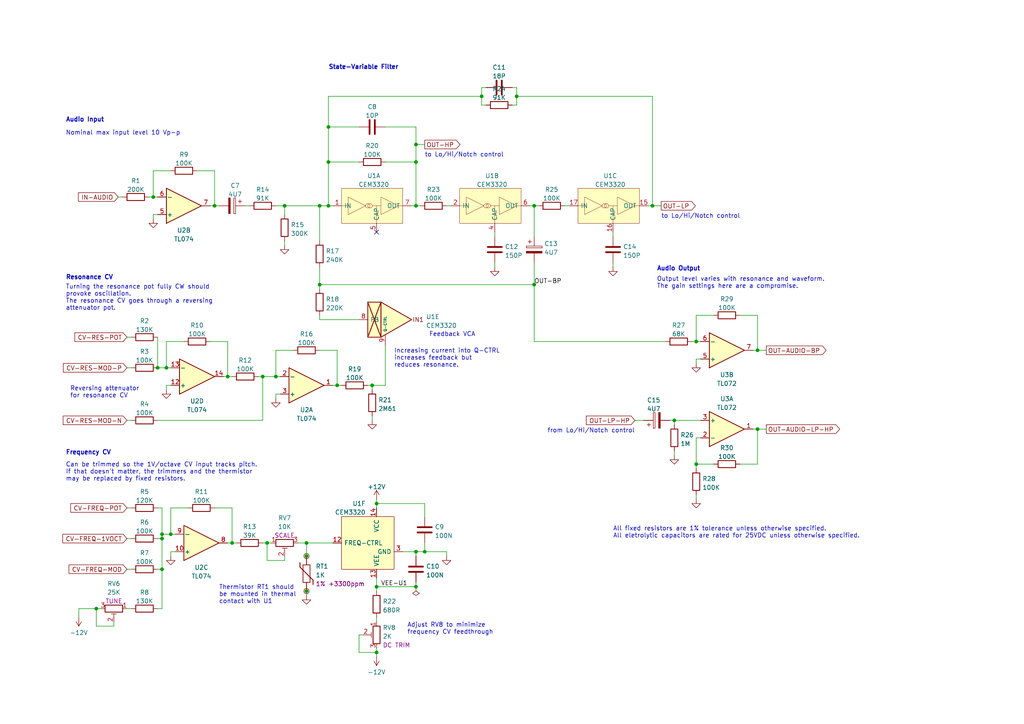
<source format=kicad_sch>
(kicad_sch (version 20211123) (generator eeschema)
  (paper "A4")
  (title_block (title "Eurorack State-Variable Filter") (date "2022-11-11") (rev "1.2") (company "Len Popp") (comment 1 "Copyright © 2022 Len Popp CC BY") (comment 2 "CEM3320 state-variable VCF module - Eurorack 10HP"))
  (lib_symbols
    (symbol "-lmp-holes:WireHole_PTH" (pin_numbers hide) (pin_names hide)
      (symbol "WireHole_PTH_1_1"
        (pin passive line (at 0 0 0) (length 0) (name "") (number "1"))
      )
    )
    (symbol "-lmp-opamp:TL072" (pin_names (offset 0.127))
      (property "Reference" "U" (at 0 5.08 0))
      (property "Value" "TL072" (at 0 -5.08 0))
      (symbol "TL072_1_1"
        (pin output line (at 7.62 0 180) (length 2.54) (name "~") (number "1"))
        (pin input line (at -7.62 -2.54 0) (length 2.54) (name "-") (number "2"))
        (pin input line (at -7.62 2.54 0) (length 2.54) (name "+") (number "3"))
      )
      (symbol "TL072_2_1"
        (pin input line (at -7.62 2.54 0) (length 2.54) (name "+") (number "5"))
        (pin input line (at -7.62 -2.54 0) (length 2.54) (name "-") (number "6"))
        (pin output line (at 7.62 0 180) (length 2.54) (name "~") (number "7"))
      )
      (symbol "TL072_3_1"
        (pin power_in line (at -2.54 -7.62 90) (length 3.81) (name "V-") (number "4"))
        (pin power_in line (at -2.54 7.62 270) (length 3.81) (name "V+") (number "8"))
      )
    )
    (symbol "-lmp-opamp:TL074" (pin_names (offset 0.127))
      (property "Reference" "U" (at 0 5.08 0))
      (property "Value" "TL074" (at 0 -5.08 0))
      (symbol "TL074_1_1"
        (pin output line (at 7.62 0 180) (length 2.54) (name "~") (number "1"))
        (pin input line (at -7.62 -2.54 0) (length 2.54) (name "-") (number "2"))
        (pin input line (at -7.62 2.54 0) (length 2.54) (name "+") (number "3"))
      )
      (symbol "TL074_2_1"
        (pin input line (at -7.62 2.54 0) (length 2.54) (name "+") (number "5"))
        (pin input line (at -7.62 -2.54 0) (length 2.54) (name "-") (number "6"))
        (pin output line (at 7.62 0 180) (length 2.54) (name "~") (number "7"))
      )
      (symbol "TL074_3_1"
        (pin input line (at -7.62 2.54 0) (length 2.54) (name "+") (number "10"))
        (pin output line (at 7.62 0 180) (length 2.54) (name "~") (number "8"))
        (pin input line (at -7.62 -2.54 0) (length 2.54) (name "-") (number "9"))
      )
      (symbol "TL074_4_1"
        (pin input line (at -7.62 2.54 0) (length 2.54) (name "+") (number "12"))
        (pin input line (at -7.62 -2.54 0) (length 2.54) (name "-") (number "13"))
        (pin output line (at 7.62 0 180) (length 2.54) (name "~") (number "14"))
      )
      (symbol "TL074_5_1"
        (pin power_in line (at -2.54 -7.62 90) (length 3.81) (name "V-") (number "11"))
        (pin power_in line (at -2.54 7.62 270) (length 3.81) (name "V+") (number "4"))
      )
    )
    (symbol "-lmp-power:+12V" (power) (pin_names (offset 0))
      (property "Value" "+12V" (at 0 3.556 0))
      (symbol "+12V_1_1"
        (pin power_in line (at 0 0 90) (length 0) hide (name "+12V") (number "1"))
      )
    )
    (symbol "-lmp-power:-12V" (power) (pin_names (offset 0))
      (property "Value" "-12V" (at 0 -3.556 0))
      (symbol "-12V_1_1"
        (pin power_in line (at 0 0 270) (length 0) hide (name "-12V") (number "1"))
      )
    )
    (symbol "-lmp-power:GND" (power) (pin_numbers hide) (pin_names (offset 0) hide)
      (symbol "GND_1_1"
        (pin power_in line (at 0 0 270) (length 0) hide (name "GND") (number "1"))
      )
    )
    (symbol "-lmp-power:PWR_FLAG" (power) (pin_numbers hide) (pin_names (offset 0) hide)
      (symbol "PWR_FLAG_0_0"
        (pin power_out line (at 0 0 90) (length 0) (name "pwr") (number "1"))
      )
    )
    (symbol "-lmp-synth:CEM3320" (pin_names (offset 0.762))
      (property "Reference" "U" (at 1.27 9.525 0))
      (property "Value" "CEM3320" (at 1.27 6.985 0))
      (symbol "CEM3320_1_1"
        (pin input line (at -10.16 0 0) (length 2.54) (name "IN") (number "1"))
        (pin passive line (at 2.54 -7.62 90) (length 2.54) (name "CAP") (number "5"))
        (pin output line (at 12.7 0 180) (length 2.54) (name "OUT") (number "7"))
      )
      (symbol "CEM3320_2_1"
        (pin input line (at -10.16 0 0) (length 2.54) (name "IN") (number "2"))
        (pin passive line (at 2.54 -7.62 90) (length 2.54) (name "CAP") (number "4"))
        (pin output line (at 12.7 0 180) (length 2.54) (name "OUT") (number "6"))
      )
      (symbol "CEM3320_3_1"
        (pin output line (at 12.7 0 180) (length 2.54) (name "OUT") (number "15"))
        (pin passive line (at 2.54 -7.62 90) (length 2.54) (name "CAP") (number "16"))
        (pin input line (at -10.16 0 0) (length 2.54) (name "IN") (number "17"))
      )
      (symbol "CEM3320_4_1"
        (pin output line (at 12.7 0 180) (length 2.54) (name "OUT") (number "10"))
        (pin passive line (at 2.54 -7.62 90) (length 2.54) (name "CAP") (number "11"))
        (pin input line (at -10.16 0 0) (length 2.54) (name "IN") (number "18"))
      )
      (symbol "CEM3320_5_0"
        (text "IN1" (at 9.525 0 0) (effects (font (size 1.27 1.27))))
      )
      (symbol "CEM3320_5_1"
        (pin input line (at -7.62 0 0) (length 2.54) (name "FB") (number "8"))
        (pin input line (at 0 -7.62 90) (length 3.302) (name "Q-CTRL") (number "9"))
      )
      (symbol "CEM3320_6_1"
        (pin input line (at -12.7 -2.54 0) (length 2.54) (name "FREQ-CTRL") (number "12"))
        (pin power_in line (at 0 -12.7 90) (length 2.54) (name "VEE") (number "13"))
        (pin power_in line (at 0 7.62 270) (length 2.54) (name "VCC") (number "14"))
        (pin power_in line (at 7.62 -5.08 180) (length 2.54) (name "GND") (number "3"))
      )
    )
    (symbol "-lmp-synth:R_POT_TRIM_PCB_Vert_Bourns" (pin_names (offset 1.016) hide)
      (property "Reference" "RV" (at -6.858 0 90))
      (property "Value" "R_POT_TRIM_PCB_Vert_Bourns" (at -4.953 0 90))
      (property "Label" "[label]" (at -2.921 0 90))
      (symbol "R_POT_TRIM_PCB_Vert_Bourns_1_1"
        (pin passive line (at 0 3.81 270) (length 1.27) (name "1") (number "1"))
        (pin passive line (at 3.81 0 180) (length 1.27) (name "2") (number "2"))
        (pin passive line (at 0 -3.81 90) (length 1.27) (name "3") (number "3"))
      )
    )
    (symbol "-lmp:CC" (pin_numbers hide) (pin_names (offset 0.254))
      (property "Reference" "C" (at 0.635 2.54 0))
      (property "Value" "CC" (at 0.635 -2.54 0))
      (symbol "CC_1_1"
        (pin passive line (at 0 3.81 270) (length 2.794) (name "~") (number "1"))
        (pin passive line (at 0 -3.81 90) (length 2.794) (name "~") (number "2"))
      )
    )
    (symbol "-lmp:CC_100N" (pin_numbers hide) (pin_names (offset 0.254))
      (property "Reference" "C" (at 0.635 2.54 0))
      (property "Value" "CC_100N" (at 0.635 -2.54 0))
      (symbol "CC_100N_1_1"
        (pin passive line (at 0 3.81 270) (length 2.794) (name "~") (number "1"))
        (pin passive line (at 0 -3.81 90) (length 2.794) (name "~") (number "2"))
      )
    )
    (symbol "-lmp:CF" (pin_numbers hide) (pin_names (offset 0.254))
      (property "Reference" "C" (at 0.635 2.54 0))
      (property "Value" "CF" (at 0.635 -2.54 0))
      (symbol "CF_1_1"
        (pin passive line (at 0 3.81 270) (length 2.794) (name "~") (number "1"))
        (pin passive line (at 0 -3.81 90) (length 2.794) (name "~") (number "2"))
      )
    )
    (symbol "-lmp:CP" (pin_numbers hide) (pin_names (offset 0.254))
      (property "Reference" "C" (at 0.635 2.54 0))
      (property "Value" "CP" (at 0.635 -2.54 0))
      (symbol "CP_1_1"
        (pin passive line (at 0 3.81 270) (length 2.794) (name "~") (number "1"))
        (pin passive line (at 0 -3.81 90) (length 2.794) (name "~") (number "2"))
      )
    )
    (symbol "-lmp:R_1%_0W166" (pin_numbers hide) (pin_names (offset 0))
      (property "Reference" "R" (at -2.286 0 90))
      (property "Value" "R_1%_0W166" (at 2.413 0 90))
      (symbol "R_1%_0W166_1_1"
        (pin passive line (at 0 3.81 270) (length 1.27) (name "~") (number "1"))
        (pin passive line (at 0 -3.81 90) (length 1.27) (name "~") (number "2"))
      )
    )
    (symbol "-lmp:R_Thermistor" (pin_numbers hide) (pin_names (offset 0))
      (property "Reference" "RT" (at -5.969 0 90))
      (property "Value" "R_Thermistor" (at -2.54 0 90))
      (property "Value2" "2% +3300ppm" (at 3.429 1.27 90))
      (symbol "R_Thermistor_1_1"
        (pin passive line (at 0 5.08 270) (length 2.54) (name "~") (number "1"))
        (pin passive line (at 0 -5.08 90) (length 2.54) (name "~") (number "2"))
      )
    )
    (symbol "CEM3320_1" (pin_names (offset 0.762))
      (property "Reference" "U" (at 1.27 9.525 0))
      (property "Value" "CEM3320_1" (at 1.27 6.985 0))
      (symbol "CEM3320_1_1_1"
        (pin input line (at -10.16 0 0) (length 2.54) (name "IN") (number "1"))
        (pin passive line (at 2.54 -7.62 90) (length 2.54) (name "CAP") (number "5"))
        (pin output line (at 12.7 0 180) (length 2.54) (name "OUT") (number "7"))
      )
      (symbol "CEM3320_1_2_1"
        (pin input line (at -10.16 0 0) (length 2.54) (name "IN") (number "2"))
        (pin passive line (at 2.54 -7.62 90) (length 2.54) (name "CAP") (number "4"))
        (pin output line (at 12.7 0 180) (length 2.54) (name "OUT") (number "6"))
      )
      (symbol "CEM3320_1_3_1"
        (pin output line (at 12.7 0 180) (length 2.54) (name "OUT") (number "15"))
        (pin passive line (at 2.54 -7.62 90) (length 2.54) (name "CAP") (number "16"))
        (pin input line (at -10.16 0 0) (length 2.54) (name "IN") (number "17"))
      )
      (symbol "CEM3320_1_4_1"
        (pin output line (at 12.7 0 180) (length 2.54) (name "OUT") (number "10"))
        (pin passive line (at 2.54 -7.62 90) (length 2.54) (name "CAP") (number "11"))
        (pin input line (at -10.16 0 0) (length 2.54) (name "IN") (number "18"))
      )
      (symbol "CEM3320_1_5_0"
        (text "IN1" (at 9.525 0 0) (effects (font (size 1.27 1.27))))
      )
      (symbol "CEM3320_1_5_1"
        (pin input line (at -7.62 0 0) (length 2.54) (name "FB") (number "8"))
        (pin input line (at 0 -7.62 90) (length 3.302) (name "Q-CTRL") (number "9"))
      )
      (symbol "CEM3320_1_6_1"
        (pin input line (at -12.7 -2.54 0) (length 2.54) (name "FREQ-CTRL") (number "12"))
        (pin power_in line (at 0 -12.7 90) (length 2.54) (name "VEE") (number "13"))
        (pin power_in line (at 0 7.62 270) (length 2.54) (name "VCC") (number "14"))
        (pin power_in line (at 7.62 -5.08 180) (length 2.54) (name "GND") (number "3"))
      )
    )
    (symbol "CEM3320_2" (pin_names (offset 0.762))
      (property "Reference" "U" (at 1.27 9.525 0))
      (property "Value" "CEM3320_2" (at 1.27 6.985 0))
      (symbol "CEM3320_2_1_1"
        (pin input line (at -10.16 0 0) (length 2.54) (name "IN") (number "1"))
        (pin passive line (at 2.54 -7.62 90) (length 2.54) (name "CAP") (number "5"))
        (pin output line (at 12.7 0 180) (length 2.54) (name "OUT") (number "7"))
      )
      (symbol "CEM3320_2_2_1"
        (pin input line (at -10.16 0 0) (length 2.54) (name "IN") (number "2"))
        (pin passive line (at 2.54 -7.62 90) (length 2.54) (name "CAP") (number "4"))
        (pin output line (at 12.7 0 180) (length 2.54) (name "OUT") (number "6"))
      )
      (symbol "CEM3320_2_3_1"
        (pin output line (at 12.7 0 180) (length 2.54) (name "OUT") (number "15"))
        (pin passive line (at 2.54 -7.62 90) (length 2.54) (name "CAP") (number "16"))
        (pin input line (at -10.16 0 0) (length 2.54) (name "IN") (number "17"))
      )
      (symbol "CEM3320_2_4_1"
        (pin output line (at 12.7 0 180) (length 2.54) (name "OUT") (number "10"))
        (pin passive line (at 2.54 -7.62 90) (length 2.54) (name "CAP") (number "11"))
        (pin input line (at -10.16 0 0) (length 2.54) (name "IN") (number "18"))
      )
      (symbol "CEM3320_2_5_0"
        (text "IN1" (at 9.525 0 0) (effects (font (size 1.27 1.27))))
      )
      (symbol "CEM3320_2_5_1"
        (pin input line (at -7.62 0 0) (length 2.54) (name "FB") (number "8"))
        (pin input line (at 0 -7.62 90) (length 3.302) (name "Q-CTRL") (number "9"))
      )
      (symbol "CEM3320_2_6_1"
        (pin input line (at -12.7 -2.54 0) (length 2.54) (name "FREQ-CTRL") (number "12"))
        (pin power_in line (at 0 -12.7 90) (length 2.54) (name "VEE") (number "13"))
        (pin power_in line (at 0 7.62 270) (length 2.54) (name "VCC") (number "14"))
        (pin power_in line (at 7.62 -5.08 180) (length 2.54) (name "GND") (number "3"))
      )
    )
    (symbol "CEM3320_3" (pin_names (offset 0.762))
      (property "Reference" "U" (at 1.27 9.525 0))
      (property "Value" "CEM3320_3" (at 1.27 6.985 0))
      (symbol "CEM3320_3_1_1"
        (pin input line (at -10.16 0 0) (length 2.54) (name "IN") (number "1"))
        (pin passive line (at 2.54 -7.62 90) (length 2.54) (name "CAP") (number "5"))
        (pin output line (at 12.7 0 180) (length 2.54) (name "OUT") (number "7"))
      )
      (symbol "CEM3320_3_2_1"
        (pin input line (at -10.16 0 0) (length 2.54) (name "IN") (number "2"))
        (pin passive line (at 2.54 -7.62 90) (length 2.54) (name "CAP") (number "4"))
        (pin output line (at 12.7 0 180) (length 2.54) (name "OUT") (number "6"))
      )
      (symbol "CEM3320_3_3_1"
        (pin output line (at 12.7 0 180) (length 2.54) (name "OUT") (number "15"))
        (pin passive line (at 2.54 -7.62 90) (length 2.54) (name "CAP") (number "16"))
        (pin input line (at -10.16 0 0) (length 2.54) (name "IN") (number "17"))
      )
      (symbol "CEM3320_3_4_1"
        (pin output line (at 12.7 0 180) (length 2.54) (name "OUT") (number "10"))
        (pin passive line (at 2.54 -7.62 90) (length 2.54) (name "CAP") (number "11"))
        (pin input line (at -10.16 0 0) (length 2.54) (name "IN") (number "18"))
      )
      (symbol "CEM3320_3_5_0"
        (text "IN1" (at 9.525 0 0) (effects (font (size 1.27 1.27))))
      )
      (symbol "CEM3320_3_5_1"
        (pin input line (at -7.62 0 0) (length 2.54) (name "FB") (number "8"))
        (pin input line (at 0 -7.62 90) (length 3.302) (name "Q-CTRL") (number "9"))
      )
      (symbol "CEM3320_3_6_1"
        (pin input line (at -12.7 -2.54 0) (length 2.54) (name "FREQ-CTRL") (number "12"))
        (pin power_in line (at 0 -12.7 90) (length 2.54) (name "VEE") (number "13"))
        (pin power_in line (at 0 7.62 270) (length 2.54) (name "VCC") (number "14"))
        (pin power_in line (at 7.62 -5.08 180) (length 2.54) (name "GND") (number "3"))
      )
    )
    (symbol "CEM3320_4" (pin_names (offset 0.762))
      (property "Reference" "U" (at 1.27 9.525 0))
      (property "Value" "CEM3320_4" (at 1.27 6.985 0))
      (symbol "CEM3320_4_1_1"
        (pin input line (at -10.16 0 0) (length 2.54) (name "IN") (number "1"))
        (pin passive line (at 2.54 -7.62 90) (length 2.54) (name "CAP") (number "5"))
        (pin output line (at 12.7 0 180) (length 2.54) (name "OUT") (number "7"))
      )
      (symbol "CEM3320_4_2_1"
        (pin input line (at -10.16 0 0) (length 2.54) (name "IN") (number "2"))
        (pin passive line (at 2.54 -7.62 90) (length 2.54) (name "CAP") (number "4"))
        (pin output line (at 12.7 0 180) (length 2.54) (name "OUT") (number "6"))
      )
      (symbol "CEM3320_4_3_1"
        (pin output line (at 12.7 0 180) (length 2.54) (name "OUT") (number "15"))
        (pin passive line (at 2.54 -7.62 90) (length 2.54) (name "CAP") (number "16"))
        (pin input line (at -10.16 0 0) (length 2.54) (name "IN") (number "17"))
      )
      (symbol "CEM3320_4_4_1"
        (pin output line (at 12.7 0 180) (length 2.54) (name "OUT") (number "10"))
        (pin passive line (at 2.54 -7.62 90) (length 2.54) (name "CAP") (number "11"))
        (pin input line (at -10.16 0 0) (length 2.54) (name "IN") (number "18"))
      )
      (symbol "CEM3320_4_5_0"
        (text "IN1" (at 9.525 0 0) (effects (font (size 1.27 1.27))))
      )
      (symbol "CEM3320_4_5_1"
        (pin input line (at -7.62 0 0) (length 2.54) (name "FB") (number "8"))
        (pin input line (at 0 -7.62 90) (length 3.302) (name "Q-CTRL") (number "9"))
      )
      (symbol "CEM3320_4_6_1"
        (pin input line (at -12.7 -2.54 0) (length 2.54) (name "FREQ-CTRL") (number "12"))
        (pin power_in line (at 0 -12.7 90) (length 2.54) (name "VEE") (number "13"))
        (pin power_in line (at 0 7.62 270) (length 2.54) (name "VCC") (number "14"))
        (pin power_in line (at 7.62 -5.08 180) (length 2.54) (name "GND") (number "3"))
      )
    )
  )
  (junction (at 92.71 82.55))
  (junction (at 80.01 109.22))
  (junction (at 49.53 154.94))
  (junction (at 27.94 176.53))
  (junction (at 95.25 36.83))
  (junction (at 46.99 165.1))
  (junction (at 120.65 46.99))
  (junction (at 219.71 124.46))
  (junction (at 77.47 157.48))
  (junction (at 201.93 134.62))
  (junction (at 120.65 59.69))
  (junction (at 88.9 171.45))
  (junction (at 82.55 59.69))
  (junction (at 45.72 106.68))
  (junction (at 44.45 57.15))
  (junction (at 107.95 111.76))
  (junction (at 189.23 59.69))
  (junction (at 195.58 121.92))
  (junction (at 109.22 170.18))
  (junction (at 48.26 106.68))
  (junction (at 109.22 146.05))
  (junction (at 219.71 101.6))
  (junction (at 109.22 189.23))
  (junction (at 95.25 59.69))
  (junction (at 149.86 27.94))
  (junction (at 67.31 157.48))
  (junction (at 88.9 161.29))
  (junction (at 97.79 111.76))
  (junction (at 66.04 109.22))
  (junction (at 62.23 59.69))
  (junction (at 46.99 154.94))
  (junction (at 123.19 160.02))
  (junction (at 120.65 160.02))
  (junction (at 95.25 46.99))
  (junction (at 154.94 59.69))
  (junction (at 139.7 27.94))
  (junction (at 120.65 170.18))
  (junction (at 154.94 82.55))
  (junction (at 92.71 59.69))
  (junction (at 201.93 99.06))
  (junction (at 46.99 156.21))
  (junction (at 120.65 41.91))
  (junction (at 88.9 157.48))
  (junction (at 76.2 109.22))
  (no_connect (at 109.22 67.31))
  (wire (pts (xy 27.94 181.61) (xy 27.94 176.53)))
  (wire (pts (xy 76.2 157.48) (xy 77.47 157.48)))
  (wire (pts (xy 129.54 59.69) (xy 130.81 59.69)))
  (wire (pts (xy 109.22 187.96) (xy 109.22 189.23)))
  (wire (pts (xy 203.2 127) (xy 201.93 127)))
  (wire (pts (xy 22.86 176.53) (xy 22.86 179.07)))
  (wire (pts (xy 80.01 101.6) (xy 80.01 109.22)))
  (wire (pts (xy 48.26 106.68) (xy 49.53 106.68)))
  (wire (pts (xy 139.7 25.4) (xy 140.97 25.4)))
  (wire (pts (xy 201.93 99.06) (xy 200.66 99.06)))
  (wire (pts (xy 66.04 157.48) (xy 67.31 157.48)))
  (wire (pts (xy 219.71 124.46) (xy 222.25 124.46)))
  (wire (pts (xy 120.65 59.69) (xy 121.92 59.69)))
  (wire (pts (xy 95.25 59.69) (xy 96.52 59.69)))
  (wire (pts (xy 201.93 143.51) (xy 201.93 144.78)))
  (wire (pts (xy 139.7 30.48) (xy 139.7 27.94)))
  (wire (pts (xy 44.45 49.53) (xy 44.45 57.15)))
  (wire (pts (xy 92.71 82.55) (xy 154.94 82.55)))
  (wire (pts (xy 95.25 36.83) (xy 95.25 46.99)))
  (wire (pts (xy 80.01 109.22) (xy 81.28 109.22)))
  (wire (pts (xy 60.96 59.69) (xy 62.23 59.69)))
  (wire (pts (xy 88.9 157.48) (xy 96.52 157.48)))
  (wire (pts (xy 77.47 157.48) (xy 78.74 157.48)))
  (wire (pts (xy 97.79 111.76) (xy 99.06 111.76)))
  (wire (pts (xy 45.72 62.23) (xy 44.45 62.23)))
  (wire (pts (xy 139.7 27.94) (xy 139.7 25.4)))
  (wire (pts (xy 45.72 176.53) (xy 46.99 176.53)))
  (wire (pts (xy 107.95 113.03) (xy 107.95 111.76)))
  (wire (pts (xy 201.93 127) (xy 201.93 134.62)))
  (wire (pts (xy 64.77 109.22) (xy 66.04 109.22)))
  (wire (pts (xy 184.15 121.92) (xy 186.69 121.92)))
  (wire (pts (xy 219.71 101.6) (xy 219.71 91.44)))
  (wire (pts (xy 82.55 71.12) (xy 82.55 69.85)))
  (wire (pts (xy 105.41 184.15) (xy 104.14 184.15)))
  (wire (pts (xy 49.53 147.32) (xy 49.53 154.94)))
  (wire (pts (xy 49.53 111.76) (xy 48.26 111.76)))
  (wire (pts (xy 34.29 57.15) (xy 35.56 57.15)))
  (wire (pts (xy 82.55 59.69) (xy 92.71 59.69)))
  (wire (pts (xy 219.71 134.62) (xy 219.71 124.46)))
  (wire (pts (xy 109.22 167.64) (xy 109.22 170.18)))
  (wire (pts (xy 96.52 111.76) (xy 97.79 111.76)))
  (wire (pts (xy 109.22 147.32) (xy 109.22 146.05)))
  (wire (pts (xy 203.2 104.14) (xy 201.93 104.14)))
  (wire (pts (xy 119.38 59.69) (xy 120.65 59.69)))
  (wire (pts (xy 189.23 59.69) (xy 191.77 59.69)))
  (wire (pts (xy 44.45 57.15) (xy 45.72 57.15)))
  (wire (pts (xy 111.76 100.33) (xy 111.76 111.76)))
  (wire (pts (xy 53.34 99.06) (xy 48.26 99.06)))
  (wire (pts (xy 45.72 147.32) (xy 46.99 147.32)))
  (wire (pts (xy 120.65 59.69) (xy 120.65 46.99)))
  (wire (pts (xy 44.45 62.23) (xy 44.45 63.5)))
  (wire (pts (xy 201.93 134.62) (xy 207.01 134.62)))
  (wire (pts (xy 189.23 27.94) (xy 189.23 59.69)))
  (wire (pts (xy 92.71 77.47) (xy 92.71 82.55)))
  (wire (pts (xy 92.71 59.69) (xy 95.25 59.69)))
  (wire (pts (xy 95.25 36.83) (xy 95.25 27.94)))
  (wire (pts (xy 82.55 161.29) (xy 82.55 162.56)))
  (wire (pts (xy 120.65 36.83) (xy 111.76 36.83)))
  (wire (pts (xy 33.02 181.61) (xy 27.94 181.61)))
  (wire (pts (xy 123.19 160.02) (xy 120.65 160.02)))
  (wire (pts (xy 97.79 111.76) (xy 97.79 101.6)))
  (wire (pts (xy 67.31 157.48) (xy 68.58 157.48)))
  (wire (pts (xy 120.65 41.91) (xy 120.65 46.99)))
  (wire (pts (xy 149.86 27.94) (xy 149.86 30.48)))
  (wire (pts (xy 111.76 111.76) (xy 107.95 111.76)))
  (wire (pts (xy 48.26 99.06) (xy 48.26 106.68)))
  (wire (pts (xy 95.25 46.99) (xy 95.25 59.69)))
  (wire (pts (xy 36.83 176.53) (xy 38.1 176.53)))
  (wire (pts (xy 194.31 121.92) (xy 195.58 121.92)))
  (wire (pts (xy 116.84 160.02) (xy 120.65 160.02)))
  (wire (pts (xy 46.99 147.32) (xy 46.99 154.94)))
  (wire (pts (xy 177.8 67.31) (xy 177.8 68.58)))
  (wire (pts (xy 97.79 101.6) (xy 92.71 101.6)))
  (wire (pts (xy 154.94 82.55) (xy 154.94 99.06)))
  (wire (pts (xy 120.65 168.91) (xy 120.65 170.18)))
  (wire (pts (xy 129.54 160.02) (xy 123.19 160.02)))
  (wire (pts (xy 106.68 111.76) (xy 107.95 111.76)))
  (wire (pts (xy 148.59 25.4) (xy 149.86 25.4)))
  (wire (pts (xy 45.72 106.68) (xy 48.26 106.68)))
  (wire (pts (xy 76.2 109.22) (xy 76.2 121.92)))
  (wire (pts (xy 49.53 154.94) (xy 46.99 154.94)))
  (wire (pts (xy 54.61 147.32) (xy 49.53 147.32)))
  (wire (pts (xy 92.71 59.69) (xy 92.71 69.85)))
  (wire (pts (xy 27.94 176.53) (xy 29.21 176.53)))
  (wire (pts (xy 123.19 146.05) (xy 123.19 149.86)))
  (wire (pts (xy 218.44 124.46) (xy 219.71 124.46)))
  (wire (pts (xy 203.2 99.06) (xy 201.93 99.06)))
  (wire (pts (xy 120.65 170.18) (xy 109.22 170.18)))
  (wire (pts (xy 154.94 99.06) (xy 193.04 99.06)))
  (wire (pts (xy 187.96 59.69) (xy 189.23 59.69)))
  (wire (pts (xy 163.83 59.69) (xy 165.1 59.69)))
  (wire (pts (xy 149.86 25.4) (xy 149.86 27.94)))
  (wire (pts (xy 129.54 161.29) (xy 129.54 160.02)))
  (wire (pts (xy 201.93 91.44) (xy 201.93 99.06)))
  (wire (pts (xy 77.47 162.56) (xy 77.47 157.48)))
  (wire (pts (xy 62.23 49.53) (xy 57.15 49.53)))
  (wire (pts (xy 219.71 101.6) (xy 222.25 101.6)))
  (wire (pts (xy 36.83 97.79) (xy 38.1 97.79)))
  (wire (pts (xy 120.65 41.91) (xy 123.19 41.91)))
  (wire (pts (xy 49.53 49.53) (xy 44.45 49.53)))
  (wire (pts (xy 50.8 160.02) (xy 49.53 160.02)))
  (wire (pts (xy 80.01 114.3) (xy 80.01 115.57)))
  (wire (pts (xy 33.02 180.34) (xy 33.02 181.61)))
  (wire (pts (xy 46.99 154.94) (xy 46.99 156.21)))
  (wire (pts (xy 143.51 76.2) (xy 143.51 77.47)))
  (wire (pts (xy 120.65 160.02) (xy 120.65 161.29)))
  (wire (pts (xy 154.94 59.69) (xy 154.94 68.58)))
  (wire (pts (xy 109.22 189.23) (xy 109.22 190.5)))
  (wire (pts (xy 66.04 109.22) (xy 66.04 99.06)))
  (wire (pts (xy 86.36 157.48) (xy 88.9 157.48)))
  (wire (pts (xy 95.25 46.99) (xy 104.14 46.99)))
  (wire (pts (xy 111.76 46.99) (xy 120.65 46.99)))
  (wire (pts (xy 48.26 111.76) (xy 48.26 113.03)))
  (wire (pts (xy 36.83 106.68) (xy 38.1 106.68)))
  (wire (pts (xy 177.8 76.2) (xy 177.8 77.47)))
  (wire (pts (xy 104.14 36.83) (xy 95.25 36.83)))
  (wire (pts (xy 140.97 30.48) (xy 139.7 30.48)))
  (wire (pts (xy 67.31 147.32) (xy 62.23 147.32)))
  (wire (pts (xy 148.59 30.48) (xy 149.86 30.48)))
  (wire (pts (xy 153.67 59.69) (xy 154.94 59.69)))
  (wire (pts (xy 201.93 104.14) (xy 201.93 105.41)))
  (wire (pts (xy 88.9 172.72) (xy 88.9 171.45)))
  (wire (pts (xy 72.39 59.69) (xy 71.12 59.69)))
  (wire (pts (xy 67.31 157.48) (xy 67.31 147.32)))
  (wire (pts (xy 92.71 92.71) (xy 92.71 91.44)))
  (wire (pts (xy 74.93 109.22) (xy 76.2 109.22)))
  (wire (pts (xy 154.94 59.69) (xy 156.21 59.69)))
  (wire (pts (xy 45.72 156.21) (xy 46.99 156.21)))
  (wire (pts (xy 107.95 121.92) (xy 107.95 120.65)))
  (wire (pts (xy 76.2 109.22) (xy 80.01 109.22)))
  (wire (pts (xy 66.04 99.06) (xy 60.96 99.06)))
  (wire (pts (xy 92.71 83.82) (xy 92.71 82.55)))
  (wire (pts (xy 45.72 97.79) (xy 45.72 106.68)))
  (wire (pts (xy 201.93 134.62) (xy 201.93 135.89)))
  (wire (pts (xy 63.5 59.69) (xy 62.23 59.69)))
  (wire (pts (xy 46.99 156.21) (xy 46.99 165.1)))
  (wire (pts (xy 109.22 146.05) (xy 123.19 146.05)))
  (wire (pts (xy 92.71 92.71) (xy 104.14 92.71)))
  (wire (pts (xy 45.72 121.92) (xy 76.2 121.92)))
  (wire (pts (xy 82.55 162.56) (xy 77.47 162.56)))
  (wire (pts (xy 45.72 165.1) (xy 46.99 165.1)))
  (wire (pts (xy 88.9 157.48) (xy 88.9 161.29)))
  (wire (pts (xy 50.8 154.94) (xy 49.53 154.94)))
  (wire (pts (xy 195.58 130.81) (xy 195.58 132.08)))
  (wire (pts (xy 109.22 170.18) (xy 109.22 171.45)))
  (wire (pts (xy 143.51 67.31) (xy 143.51 68.58)))
  (wire (pts (xy 36.83 156.21) (xy 38.1 156.21)))
  (wire (pts (xy 219.71 91.44) (xy 214.63 91.44)))
  (wire (pts (xy 36.83 147.32) (xy 38.1 147.32)))
  (wire (pts (xy 82.55 62.23) (xy 82.55 59.69)))
  (wire (pts (xy 120.65 41.91) (xy 120.65 36.83)))
  (wire (pts (xy 95.25 27.94) (xy 139.7 27.94)))
  (wire (pts (xy 36.83 121.92) (xy 38.1 121.92)))
  (wire (pts (xy 123.19 157.48) (xy 123.19 160.02)))
  (wire (pts (xy 62.23 59.69) (xy 62.23 49.53)))
  (wire (pts (xy 104.14 189.23) (xy 109.22 189.23)))
  (wire (pts (xy 82.55 59.69) (xy 80.01 59.69)))
  (wire (pts (xy 195.58 121.92) (xy 195.58 123.19)))
  (wire (pts (xy 36.83 165.1) (xy 38.1 165.1)))
  (wire (pts (xy 104.14 184.15) (xy 104.14 189.23)))
  (wire (pts (xy 214.63 134.62) (xy 219.71 134.62)))
  (wire (pts (xy 109.22 179.07) (xy 109.22 180.34)))
  (wire (pts (xy 43.18 57.15) (xy 44.45 57.15)))
  (wire (pts (xy 149.86 27.94) (xy 189.23 27.94)))
  (wire (pts (xy 85.09 101.6) (xy 80.01 101.6)))
  (wire (pts (xy 218.44 101.6) (xy 219.71 101.6)))
  (wire (pts (xy 109.22 144.78) (xy 109.22 146.05)))
  (wire (pts (xy 207.01 91.44) (xy 201.93 91.44)))
  (wire (pts (xy 154.94 76.2) (xy 154.94 82.55)))
  (wire (pts (xy 46.99 165.1) (xy 46.99 176.53)))
  (wire (pts (xy 66.04 109.22) (xy 67.31 109.22)))
  (wire (pts (xy 195.58 121.92) (xy 203.2 121.92)))
  (wire (pts (xy 81.28 114.3) (xy 80.01 114.3)))
  (wire (pts (xy 27.94 176.53) (xy 22.86 176.53)))
  (wire (pts (xy 49.53 160.02) (xy 49.53 161.29)))
  (text "to Lo/Hi/Notch control" (at 191.77 63.5 0) (effects (font (size 1.27 1.27)) (justify left bottom)))
  (text "Turning the resonance pot fully CW should\nprovoke oscillation.\nThe resonance CV goes through a reversing\nattenuator pot." (at 19.05 90.17 0) (effects (font (size 1.27 1.27)) (justify left bottom)))
  (text "All fixed resistors are 1% tolerance unless otherwise specified.\nAll eletrolytic capacitors are rated for 25VDC unless otherwise specified." (at 177.8 156.21 0) (effects (font (size 1.27 1.27)) (justify left bottom)))
  (text "to Lo/Hi/Notch control" (at 123.19 45.72 0) (effects (font (size 1.27 1.27)) (justify left bottom)))
  (text "Reversing attenuator \nfor resonance CV" (at 20.32 115.57 0) (effects (font (size 1.27 1.27)) (justify left bottom)))
  (text "State-Variable Filter" (at 95.25 20.32 0) (effects (font (size 1.27 1.27) (thickness 0.254) bold) (justify left bottom)))
  (text "Feedback VCA" (at 124.46 97.79 0) (effects (font (size 1.27 1.27)) (justify left bottom)))
  (text "Nominal max input level 10 Vp-p" (at 19.05 39.37 0) (effects (font (size 1.27 1.27)) (justify left bottom)))
  (text "Increasing current into Q-CTRL \nincreases feedback but \nreduces resonance." (at 114.3 106.68 0) (effects (font (size 1.27 1.27)) (justify left bottom)))
  (text "Output level varies with resonance and waveform.\nThe gain settings here are a compromise." (at 190.5 83.82 0) (effects (font (size 1.27 1.27)) (justify left bottom)))
  (text "Thermistor RT1 should \nbe mounted in thermal \ncontact with U1" (at 63.5 175.26 0) (effects (font (size 1.27 1.27)) (justify left bottom)))
  (text "Frequency CV" (at 19.05 132.08 0) (effects (font (size 1.27 1.27) (thickness 0.254) bold) (justify left bottom)))
  (text "from Lo/Hi/Notch control" (at 158.75 125.73 0) (effects (font (size 1.27 1.27)) (justify left bottom)))
  (text "Can be trimmed so the 1V/octave CV input tracks pitch.\nIf that doesn't matter, the trimmers and the thermistor \nmay be replaced by fixed resistors." (at 19.05 139.7 0) (effects (font (size 1.27 1.27)) (justify left bottom)))
  (text "Audio Output" (at 190.5 78.74 0) (effects (font (size 1.27 1.27) (thickness 0.254) bold) (justify left bottom)))
  (text "Resonance CV" (at 19.05 81.28 0) (effects (font (size 1.27 1.27) (thickness 0.254) bold) (justify left bottom)))
  (text "Adjust RV8 to minimize \nfrequency CV feedthrough" (at 118.11 184.15 0) (effects (font (size 1.27 1.27)) (justify left bottom)))
  (text "Audio Input" (at 19.05 35.56 0) (effects (font (size 1.27 1.27) (thickness 0.254) bold) (justify left bottom)))
  (text "Front Panel & Power" (at 304.8 21.59 0) (effects (font (size 2.54 2.54) (thickness 0.508) bold) (justify left bottom)))
  (label "VEE-U1" (at 110.49 170.18 0))
  (label "OUT-BP" (at 154.94 82.55 0))
  (global_label "OUT-LP" (shape output) (at 191.77 59.69 0) (property "Intersheet References" "${INTERSHEET_REFS}" (effects hide)))
  (global_label "CV-FREQ-POT" (shape input) (at 36.83 147.32 180) (property "Intersheet References" "${INTERSHEET_REFS}" (effects hide)))
  (global_label "CV-FREQ-1VOCT" (shape input) (at 36.83 156.21 180) (property "Intersheet References" "${INTERSHEET_REFS}" (effects hide)))
  (global_label "OUT-HP" (shape output) (at 123.19 41.91 0) (property "Intersheet References" "${INTERSHEET_REFS}" (effects hide)))
  (global_label "OUT-AUDIO-LP-HP" (shape output) (at 222.25 124.46 0) (property "Intersheet References" "${INTERSHEET_REFS}" (effects hide)))
  (global_label "CV-RES-MOD-P" (shape input) (at 36.83 106.68 180) (property "Intersheet References" "${INTERSHEET_REFS}" (effects hide)))
  (global_label "IN-AUDIO" (shape input) (at 34.29 57.15 180) (property "Intersheet References" "${INTERSHEET_REFS}" (effects hide)))
  (global_label "OUT-AUDIO-BP" (shape output) (at 222.25 101.6 0) (property "Intersheet References" "${INTERSHEET_REFS}" (effects hide)))
  (global_label "OUT-LP-HP" (shape input) (at 184.15 121.92 180) (property "Intersheet References" "${INTERSHEET_REFS}" (effects hide)))
  (global_label "CV-RES-POT" (shape input) (at 36.83 97.79 180) (property "Intersheet References" "${INTERSHEET_REFS}" (effects hide)))
  (global_label "CV-FREQ-MOD" (shape input) (at 36.83 165.1 180) (property "Intersheet References" "${INTERSHEET_REFS}" (effects hide)))
  (global_label "CV-RES-MOD-N" (shape input) (at 36.83 121.92 180) (property "Intersheet References" "${INTERSHEET_REFS}" (effects hide)))
  (symbol (lib_id "-lmp:R_1%_0W166") (at 39.37 57.15 90) (unit 1)
    (property "Reference" "R1" (at 39.37 52.4342 90))
    (property "Value" "200K" (at 39.37 54.9711 90))
    (property "Footprint" "-lmp-misc:R_Axial_DIN0207_L6.3mm_D2.5mm_P7.62mm_Horizontal" (effects hide))
    (property "Datasheet" "https://www.mouser.ca/datasheet/2/447/Yageo_LR_MFR_1-1714151.pdf" (effects hide))
    (property "Manufacturer" "YAGEO" (effects hide))
    (property "ManufacturerPartNum" "MFR-12FTF52-200K" (effects hide))
    (property "Distributor" "Mouser" (effects hide))
    (property "DistributorPartNum" " 603-MFR-12FTF52-200K" (effects hide))
    (property "DistributorPartLink" "https://www.mouser.ca/ProductDetail/YAGEO/MFR-12FTF52-200K?qs=oAGoVhmvjhzyXGTT6oqbfw%3D%3D" (effects hide))
    (property "Value2" "1%, 1/6 W" (effects hide))
  )
  (symbol (lib_id "-lmp:R_1%_0W166") (at 41.91 156.21 270) (unit 1)
    (property "Reference" "R6" (at 41.91 151.4942 90))
    (property "Value" "100K" (at 41.91 154.0311 90))
    (property "Footprint" "-lmp-misc:R_Axial_DIN0207_L6.3mm_D2.5mm_P7.62mm_Horizontal" (effects hide))
    (property "Datasheet" "https://www.mouser.ca/datasheet/2/447/Yageo_LR_MFR_1-1714151.pdf" (effects hide))
    (property "Manufacturer" "YAGEO" (effects hide))
    (property "ManufacturerPartNum" "MFR-12FTF52-100K" (effects hide))
    (property "Distributor" "Mouser" (effects hide))
    (property "DistributorPartNum" "603-MFR-12FTF52-100K" (effects hide))
    (property "DistributorPartLink" "https://www.mouser.ca/ProductDetail/YAGEO/MFR-12FTF52-100K?qs=oAGoVhmvjhxn7uX6J9%2FOug%3D%3D" (effects hide))
    (property "Value2" "1%, 1/6 W" (effects hide))
  )
  (symbol (lib_id "-lmp-power:GND") (at 129.54 161.29 0) (unit 1)
    (property "Reference" "#PWR015" (effects hide))
    (property "Value" "GND" (effects hide))
  )
  (symbol (lib_id "-lmp-opamp:TL074") (at 53.34 59.69 0) (mirror x) (unit 2)
    (property "Reference" "U2" (at 53.34 66.8004 0))
    (property "Value" "TL074" (at 53.34 69.3373 0))
    (property "Footprint" "Package_DIP:DIP-14_W7.62mm" (effects hide))
    (property "Datasheet" "http://www.ti.com/lit/ds/symlink/tl071.pdf" (effects hide))
    (property "Manufacturer" "Texas Instruments" (effects hide))
    (property "ManufacturerPartNum" "TL074BCN" (effects hide))
    (property "Distributor" "Mouser" (effects hide))
    (property "DistributorPartNum" "595-TL074BCN" (effects hide))
    (property "DistributorPartLink" "https://www.mouser.ca/ProductDetail/?qs=vxEfx8VrU7BHurOY5iQdiA%3D%3D" (effects hide))
  )
  (symbol (lib_id "-lmp-power:GND") (at 201.93 144.78 0) (unit 1)
    (property "Reference" "#PWR020" (effects hide))
    (property "Value" "GND" (effects hide))
  )
  (symbol (lib_id "-lmp:R_1%_0W166") (at 196.85 99.06 90) (unit 1)
    (property "Reference" "R27" (at 196.85 94.3442 90))
    (property "Value" "68K" (at 196.85 96.8811 90))
    (property "Footprint" "-lmp-misc:R_Axial_DIN0207_L6.3mm_D2.5mm_P7.62mm_Horizontal" (effects hide))
    (property "Datasheet" "https://www.mouser.ca/datasheet/2/447/Yageo_LR_MFR_1-1714151.pdf" (effects hide))
    (property "Manufacturer" "YAGEO" (effects hide))
    (property "ManufacturerPartNum" "MFR-12FTF52-68K" (effects hide))
    (property "Distributor" "Mouser" (effects hide))
    (property "DistributorPartNum" "603-MFR-12FTF52-68K" (effects hide))
    (property "DistributorPartLink" "https://www.mouser.ca/ProductDetail/YAGEO/MFR-12FTF52-68K?qs=oAGoVhmvjhyL5MsnBkXRfA%3D%3D" (effects hide))
    (property "Value2" "1%, 1/6 W" (effects hide))
  )
  (symbol (lib_id "-lmp-opamp:TL074") (at 88.9 111.76 0) (mirror x) (unit 1)
    (property "Reference" "U2" (at 88.9 118.8704 0))
    (property "Value" "TL074" (at 88.9 121.4073 0))
    (property "Footprint" "Package_DIP:DIP-14_W7.62mm" (effects hide))
    (property "Datasheet" "http://www.ti.com/lit/ds/symlink/tl071.pdf" (effects hide))
    (property "Manufacturer" "Texas Instruments" (effects hide))
    (property "ManufacturerPartNum" "TL074BCN" (effects hide))
    (property "Distributor" "Mouser" (effects hide))
    (property "DistributorPartNum" "595-TL074BCN" (effects hide))
    (property "DistributorPartLink" "https://www.mouser.ca/ProductDetail/?qs=vxEfx8VrU7BHurOY5iQdiA%3D%3D" (effects hide))
  )
  (symbol (lib_id "-lmp:R_1%_0W166") (at 109.22 175.26 0) (unit 1)
    (property "Reference" "R22" (at 110.998 174.4253 0) (effects (justify left)))
    (property "Value" "680R" (at 110.998 176.9622 0) (effects (justify left)))
    (property "Footprint" "-lmp-misc:R_Axial_DIN0207_L6.3mm_D2.5mm_P10.16mm_Horizontal" (effects hide))
    (property "Datasheet" "https://www.mouser.ca/datasheet/2/447/Yageo_LR_MFR_1-1714151.pdf" (effects hide))
    (property "Manufacturer" "YAGEO" (effects hide))
    (property "ManufacturerPartNum" "MFR-12FTF52-680R" (effects hide))
    (property "Distributor" "Mouser" (effects hide))
    (property "DistributorPartNum" "603-MFR-12FTF52-680R" (effects hide))
    (property "DistributorPartLink" "https://www.mouser.ca/ProductDetail/YAGEO/MFR-12FTF52-680R?qs=oAGoVhmvjhyj6p4bCLlIDg%3D%3D" (effects hide))
    (property "Value2" "1%, 1/6 W" (effects hide))
  )
  (symbol (lib_id "-lmp-power:GND") (at 195.58 132.08 0) (unit 1)
    (property "Reference" "#PWR04" (effects hide))
    (property "Value" "GND" (effects hide))
  )
  (symbol (lib_id "-lmp:CC") (at 144.78 25.4 90) (unit 1)
    (property "Reference" "C11" (at 144.78 19.5412 90))
    (property "Value" "18P" (at 144.78 22.0781 90))
    (property "Footprint" "-lmp-misc:C_Disc_D5.0mm_W2.5mm_P2.50mm" (effects hide))
    (property "Datasheet" "https://www.mouser.ca/datasheet/2/427/kseries-1763315.pdf" (effects hide))
    (property "Value2" "C0G/NP0" (effects hide))
    (property "Distributor" "Mouser" (effects hide))
    (property "DistributorPartLink" "https://www.mouser.ca/ProductDetail/?qs=s%2FCsB4POEK6rPX34eazMCw%3D%3D" (effects hide))
    (property "DistributorPartNum" "594-K180J15C0GF5TL2" (effects hide))
    (property "Manufacturer" "Murata" (effects hide))
    (property "ManufacturerPartNum" "K180J15C0GF5TL2" (effects hide))
  )
  (symbol (lib_id "-lmp:R_1%_0W166") (at 195.58 127 0) (unit 1)
    (property "Reference" "R26" (at 197.358 126.1653 0) (effects (justify left)))
    (property "Value" "1M" (at 197.358 128.7022 0) (effects (justify left)))
    (property "Footprint" "-lmp-misc:R_Axial_DIN0207_L6.3mm_D2.5mm_P7.62mm_Horizontal" (effects hide))
    (property "Datasheet" "https://www.mouser.ca/datasheet/2/447/Yageo_LR_MFR_1-1714151.pdf" (effects hide))
    (property "Manufacturer" "YAGEO" (effects hide))
    (property "ManufacturerPartNum" "MFR-12FTE52-1M" (effects hide))
    (property "Distributor" "Mouser" (effects hide))
    (property "DistributorPartNum" "603-MFR-12FTE52-1M" (effects hide))
    (property "DistributorPartLink" "https://www.mouser.ca/ProductDetail/YAGEO/MFR-12FTE52-1M?qs=xZ%2FP%252Ba9zWqaGhNxFhIbSiQ%3D%3D" (effects hide))
    (property "Value2" "1%, 1/6 W" (effects hide))
  )
  (symbol (lib_name "CEM3320_2") (lib_id "-lmp-synth:CEM3320") (at 140.97 59.69 0) (unit 2)
    (property "Reference" "U1" (at 142.723 50.9864 0))
    (property "Value" "CEM3320" (at 142.723 53.5233 0))
    (property "Footprint" "Package_DIP:DIP-18_W7.62mm" (effects hide))
    (property "Datasheet" "https://electricdruid.net/wp-content/uploads/2017/06/CEM3320-VCF.pdf" (effects hide))
    (property "Manufacturer" "Curtis Electromusic" (effects hide))
    (property "ManufacturerPartNum" "3320" (effects hide))
    (property "Distributor" "Thonk" (effects hide))
    (property "DistributorPartNum" "EComp_Chip_CURTIS_CEM3320" (effects hide))
    (property "DistributorPartLink" "https://www.thonk.co.uk/shop/cem3320/" (effects hide))
    (property "Distributor2" "Electric Druid" (effects hide))
    (property "DistributorPartNum2" "AS3320" (effects hide))
    (property "DistributorPartLink2" "https://electricdruid.net/product/as3320-vcf/" (effects hide))
    (property "Distributor3" "SynthCube" (effects hide))
    (property "DistributorPartNum3" "ARAS3320MSTR" (effects hide))
    (property "DistributorPartLink3" "https://synthcube.com/cart/synth-diy/parts/ics-and-semiconductors/alfa-rpar-as3320-vcf-ic-cem3320-replacement" (effects hide))
    (property "Note" "or AS3320" (effects hide))
  )
  (symbol (lib_id "-lmp-opamp:TL072") (at 210.82 124.46 0) (unit 1)
    (property "Reference" "U3" (at 210.82 115.6802 0))
    (property "Value" "TL072" (at 210.82 118.2171 0))
    (property "Footprint" "Package_DIP:DIP-8_W7.62mm" (effects hide))
    (property "Datasheet" "https://www.ti.com/lit/ds/symlink/tl072b.pdf?ts=1628812694194" (effects hide))
    (property "Manufacturer" "Texas Instruments" (effects hide))
    (property "ManufacturerPartNum" "TL072BCP" (effects hide))
    (property "Distributor" "Mouser" (effects hide))
    (property "DistributorPartNum" "595-TL072BCP" (effects hide))
    (property "DistributorPartLink" "https://www.mouser.ca/ProductDetail/Texas-Instruments/TL072BCP?qs=p6YqzpSxLIxmo8AyZLsP4g%3D%3D" (effects hide))
  )
  (symbol (lib_id "-lmp-power:GND") (at 82.55 71.12 0) (unit 1)
    (property "Reference" "#PWR011" (effects hide))
    (property "Value" "GND" (effects hide))
  )
  (symbol (lib_id "-lmp:CP") (at 190.5 121.92 90) (unit 1)
    (property "Reference" "C15" (at 189.611 116.0612 90))
    (property "Value" "4U7" (at 189.611 118.5981 90))
    (property "Footprint" "-lmp-misc:CP_Radial_D4.0mm_P2.50mm" (effects hide))
    (property "Datasheet" "https://www.mouser.ca/datasheet/2/315/ABA0000C1050-947578.pdf" (effects hide))
    (property "Distributor" "Mouser" (effects hide))
    (property "DistributorPartLink" "https://www.mouser.ca/ProductDetail/Panasonic/ECE-A1HKA4R7I?qs=AfGmtpoX2giUuCvV8uNbmg%3D%3D" (effects hide))
    (property "DistributorPartNum" "667-ECE-A1HKA4R7I" (effects hide))
    (property "Manufacturer" "Panasonic" (effects hide))
    (property "ManufacturerPartNum" "ECE-A1HKA4R7I" (effects hide))
  )
  (symbol (lib_id "-lmp:R_1%_0W166") (at 76.2 59.69 90) (unit 1)
    (property "Reference" "R14" (at 76.2 54.9742 90))
    (property "Value" "91K" (at 76.2 57.5111 90))
    (property "Footprint" "-lmp-misc:R_Axial_DIN0207_L6.3mm_D2.5mm_P7.62mm_Horizontal" (effects hide))
    (property "Datasheet" "https://www.mouser.ca/datasheet/2/447/Yageo_LR_MFR_1-1714151.pdf" (effects hide))
    (property "Manufacturer" "YAGEO" (effects hide))
    (property "ManufacturerPartNum" "MFR-12FTF52-91K" (effects hide))
    (property "Distributor" "Mouser" (effects hide))
    (property "DistributorPartNum" "603-MFR-12FTF52-91K" (effects hide))
    (property "DistributorPartLink" "https://www.mouser.ca/ProductDetail/YAGEO/MFR-12FTF52-91K?qs=oAGoVhmvjhwj2HNQ9kIoow%3D%3D" (effects hide))
    (property "Value2" "1%, 1/6 W" (effects hide))
  )
  (symbol (lib_id "-lmp-synth:CEM3320") (at 109.22 154.94 0) (unit 6)
    (property "Reference" "U1" (at 104.14 146.05 0))
    (property "Value" "CEM3320" (at 101.6 148.59 0))
    (property "Footprint" "Package_DIP:DIP-18_W7.62mm" (effects hide))
    (property "Datasheet" "https://electricdruid.net/wp-content/uploads/2017/06/CEM3320-VCF.pdf" (effects hide))
    (property "Manufacturer" "Curtis Electromusic" (effects hide))
    (property "ManufacturerPartNum" "3320" (effects hide))
    (property "Distributor" "Thonk" (effects hide))
    (property "DistributorPartNum" "EComp_Chip_CURTIS_CEM3320" (effects hide))
    (property "DistributorPartLink" "https://www.thonk.co.uk/shop/cem3320/" (effects hide))
    (property "Distributor2" "Electric Druid" (effects hide))
    (property "DistributorPartNum2" "AS3320" (effects hide))
    (property "DistributorPartLink2" "https://electricdruid.net/product/as3320-vcf/" (effects hide))
    (property "Distributor3" "SynthCube" (effects hide))
    (property "DistributorPartNum3" "ARAS3320MSTR" (effects hide))
    (property "DistributorPartLink3" "https://synthcube.com/cart/synth-diy/parts/ics-and-semiconductors/alfa-rpar-as3320-vcf-ic-cem3320-replacement" (effects hide))
    (property "Note" "or AS3320" (effects hide))
  )
  (symbol (lib_id "-lmp:R_1%_0W166") (at 92.71 73.66 0) (unit 1)
    (property "Reference" "R17" (at 94.488 72.8253 0) (effects (justify left)))
    (property "Value" "240K" (at 94.488 75.3622 0) (effects (justify left)))
    (property "Footprint" "-lmp-misc:R_Axial_DIN0207_L6.3mm_D2.5mm_P7.62mm_Horizontal" (effects hide))
    (property "Datasheet" "https://www.mouser.ca/datasheet/2/447/Yageo_LR_MFR_1-1714151.pdf" (effects hide))
    (property "Manufacturer" "YAGEO" (effects hide))
    (property "ManufacturerPartNum" "MFR-12FTF52-240K" (effects hide))
    (property "Distributor" "Mouser" (effects hide))
    (property "DistributorPartNum" "603-MFR-12FTF52-240K" (effects hide))
    (property "DistributorPartLink" "https://www.mouser.ca/ProductDetail/YAGEO/MFR-12FTF52-240K?qs=oAGoVhmvjhw1AcZeqwH5DQ%3D%3D" (effects hide))
    (property "Value2" "1%, 1/6 W" (effects hide))
  )
  (symbol (lib_id "-lmp:CF") (at 177.8 72.39 0) (unit 1)
    (property "Reference" "C14" (at 180.721 71.5553 0) (effects (justify left)))
    (property "Value" "150P" (at 180.721 74.0922 0) (effects (justify left)))
    (property "Footprint" "-lmp-misc:C_Rect_L7.2mm_W4.5mm_P5.00mm" (effects hide))
    (property "Datasheet" "https://www.mouser.ca/datasheet/2/212/1/KEM_F3036_PFR-1102852.pdf" (effects hide))
    (property "Distributor" "Mouser" (effects hide))
    (property "DistributorPartLink" "https://www.mouser.ca/ProductDetail/KEMET/PFR5151J63J11L4BULK?qs=RAUrRqLvb8zdG9mspb4b0g%3D%3D" (effects hide))
    (property "DistributorPartNum" "80-PFR5151J63J11L4" (effects hide))
    (property "Manufacturer" "KEMET" (effects hide))
    (property "ManufacturerPartNum" "PFR5151J63J11L4BULK" (effects hide))
  )
  (symbol (lib_id "-lmp:CC_100N") (at 123.19 153.67 0) (unit 1)
    (property "Reference" "C9" (at 126.111 152.8353 0) (effects (justify left)))
    (property "Value" "100N" (at 126.111 155.3722 0) (effects (justify left)))
    (property "Footprint" "-lmp-misc:C_Disc_D5.0mm_W2.5mm_P2.50mm" (effects hide))
    (property "Datasheet" "https://product.tdk.com/system/files/dam/doc/product/capacitor/ceramic/lead-mlcc/catalog/leadmlcc_halogenfree_fg_en.pdf" (effects hide))
    (property "Note" "IC decoupling" (effects hide))
    (property "Manufacturer" "TDK" (effects hide))
    (property "ManufacturerPartNum" "FG18X7R1H104KNT06" (effects hide))
    (property "Distributor" "Mouser" (effects hide))
    (property "DistributorPartNum" "810-FG18X7R1H104KNT6" (effects hide))
    (property "DistributorPartLink" "https://www.mouser.ca/ProductDetail/810-FG18X7R1H104KNT6" (effects hide))
  )
  (symbol (lib_id "-lmp:R_1%_0W166") (at 71.12 109.22 90) (unit 1)
    (property "Reference" "R12" (at 71.12 104.5042 90))
    (property "Value" "100K" (at 71.12 107.0411 90))
    (property "Footprint" "-lmp-misc:R_Axial_DIN0207_L6.3mm_D2.5mm_P7.62mm_Horizontal" (effects hide))
    (property "Datasheet" "https://www.mouser.ca/datasheet/2/447/Yageo_LR_MFR_1-1714151.pdf" (effects hide))
    (property "Manufacturer" "YAGEO" (effects hide))
    (property "ManufacturerPartNum" "MFR-12FTF52-100K" (effects hide))
    (property "Distributor" "Mouser" (effects hide))
    (property "DistributorPartNum" "603-MFR-12FTF52-100K" (effects hide))
    (property "DistributorPartLink" "https://www.mouser.ca/ProductDetail/YAGEO/MFR-12FTF52-100K?qs=oAGoVhmvjhxn7uX6J9%2FOug%3D%3D" (effects hide))
    (property "Value2" "1%, 1/6 W" (effects hide))
  )
  (symbol (lib_id "-lmp-power:GND") (at 143.51 77.47 0) (unit 1)
    (property "Reference" "#PWR016" (effects hide))
    (property "Value" "GND" (effects hide))
  )
  (symbol (lib_id "-lmp:R_1%_0W166") (at 160.02 59.69 90) (unit 1)
    (property "Reference" "R25" (at 160.02 54.9742 90))
    (property "Value" "100K" (at 160.02 57.5111 90))
    (property "Footprint" "-lmp-misc:R_Axial_DIN0207_L6.3mm_D2.5mm_P7.62mm_Horizontal" (effects hide))
    (property "Datasheet" "https://www.mouser.ca/datasheet/2/447/Yageo_LR_MFR_1-1714151.pdf" (effects hide))
    (property "Manufacturer" "YAGEO" (effects hide))
    (property "ManufacturerPartNum" "MFR-12FTF52-100K" (effects hide))
    (property "Distributor" "Mouser" (effects hide))
    (property "DistributorPartNum" "603-MFR-12FTF52-100K" (effects hide))
    (property "DistributorPartLink" "https://www.mouser.ca/ProductDetail/YAGEO/MFR-12FTF52-100K?qs=oAGoVhmvjhxn7uX6J9%2FOug%3D%3D" (effects hide))
    (property "Value2" "1%, 1/6 W" (effects hide))
  )
  (symbol (lib_id "-lmp:R_1%_0W166") (at 41.91 106.68 90) (unit 1)
    (property "Reference" "R3" (at 41.91 101.9642 90))
    (property "Value" "100K" (at 41.91 104.5011 90))
    (property "Footprint" "-lmp-misc:R_Axial_DIN0207_L6.3mm_D2.5mm_P7.62mm_Horizontal" (effects hide))
    (property "Datasheet" "https://www.mouser.ca/datasheet/2/447/Yageo_LR_MFR_1-1714151.pdf" (effects hide))
    (property "Manufacturer" "YAGEO" (effects hide))
    (property "ManufacturerPartNum" "MFR-12FTF52-100K" (effects hide))
    (property "Distributor" "Mouser" (effects hide))
    (property "DistributorPartNum" "603-MFR-12FTF52-100K" (effects hide))
    (property "DistributorPartLink" "https://www.mouser.ca/ProductDetail/YAGEO/MFR-12FTF52-100K?qs=oAGoVhmvjhxn7uX6J9%2FOug%3D%3D" (effects hide))
    (property "Value2" "1%, 1/6 W" (effects hide))
  )
  (symbol (lib_id "-lmp-synth:R_POT_TRIM_PCB_Vert_Bourns") (at 33.02 176.53 270) (unit 1)
    (property "Reference" "RV6" (at 33.02 169.2774 90))
    (property "Value" "25K" (at 33.02 171.8143 90))
    (property "Footprint" "-lmp-synth:Potentiometer_Bourns_3296WY_Vertical" (effects hide))
    (property "Datasheet" "https://www.mouser.ca/datasheet/2/54/3296-776415.pdf" (effects hide))
    (property "Label" "TUNE" (at 33.02 174.3512 90))
    (property "Manufacturer" "Bourns" (effects hide))
    (property "ManufacturerPartNum" "3296W-1-253LF" (effects hide))
    (property "Distributor" "Mouser" (effects hide))
    (property "DistributorPartNum" "652-3296W-1-253LF" (effects hide))
    (property "DistributorPartLink" "https://www.mouser.ca/ProductDetail/Bourns/3296W-1-253LF?qs=LzhUookPeqx7TmETxQk59w%3D%3D" (effects hide))
    (property "Note" "3296W or 3296Y type" (effects hide))
  )
  (symbol (lib_id "-lmp:R_1%_0W166") (at 53.34 49.53 90) (unit 1)
    (property "Reference" "R9" (at 53.34 44.8142 90))
    (property "Value" "100K" (at 53.34 47.3511 90))
    (property "Footprint" "-lmp-misc:R_Axial_DIN0207_L6.3mm_D2.5mm_P7.62mm_Horizontal" (effects hide))
    (property "Datasheet" "https://www.mouser.ca/datasheet/2/447/Yageo_LR_MFR_1-1714151.pdf" (effects hide))
    (property "Manufacturer" "YAGEO" (effects hide))
    (property "ManufacturerPartNum" "MFR-12FTF52-100K" (effects hide))
    (property "Distributor" "Mouser" (effects hide))
    (property "DistributorPartNum" "603-MFR-12FTF52-100K" (effects hide))
    (property "DistributorPartLink" "https://www.mouser.ca/ProductDetail/YAGEO/MFR-12FTF52-100K?qs=oAGoVhmvjhxn7uX6J9%2FOug%3D%3D" (effects hide))
    (property "Value2" "1%, 1/6 W" (effects hide))
  )
  (symbol (lib_id "-lmp-power:-12V") (at 22.86 179.07 0) (unit 1)
    (property "Reference" "#PWR06" (effects hide))
    (property "Value" "-12V" (at 22.86 183.5134 0))
  )
  (symbol (lib_id "-lmp:R_1%_0W166") (at 210.82 91.44 90) (unit 1)
    (property "Reference" "R29" (at 210.82 86.7242 90))
    (property "Value" "100K" (at 210.82 89.2611 90))
    (property "Footprint" "-lmp-misc:R_Axial_DIN0207_L6.3mm_D2.5mm_P7.62mm_Horizontal" (effects hide))
    (property "Datasheet" "https://www.mouser.ca/datasheet/2/447/Yageo_LR_MFR_1-1714151.pdf" (effects hide))
    (property "Manufacturer" "YAGEO" (effects hide))
    (property "ManufacturerPartNum" "MFR-12FTF52-100K" (effects hide))
    (property "Distributor" "Mouser" (effects hide))
    (property "DistributorPartNum" "603-MFR-12FTF52-100K" (effects hide))
    (property "DistributorPartLink" "https://www.mouser.ca/ProductDetail/YAGEO/MFR-12FTF52-100K?qs=oAGoVhmvjhxn7uX6J9%2FOug%3D%3D" (effects hide))
    (property "Value2" "1%, 1/6 W" (effects hide))
  )
  (symbol (lib_id "-lmp-opamp:TL074") (at 57.15 109.22 0) (mirror x) (unit 4)
    (property "Reference" "U2" (at 57.15 116.3304 0))
    (property "Value" "TL074" (at 57.15 118.8673 0))
    (property "Footprint" "Package_DIP:DIP-14_W7.62mm" (effects hide))
    (property "Datasheet" "http://www.ti.com/lit/ds/symlink/tl071.pdf" (effects hide))
    (property "Manufacturer" "Texas Instruments" (effects hide))
    (property "ManufacturerPartNum" "TL074BCN" (effects hide))
    (property "Distributor" "Mouser" (effects hide))
    (property "DistributorPartNum" "595-TL074BCN" (effects hide))
    (property "DistributorPartLink" "https://www.mouser.ca/ProductDetail/?qs=vxEfx8VrU7BHurOY5iQdiA%3D%3D" (effects hide))
  )
  (symbol (lib_id "-lmp-opamp:TL072") (at 210.82 101.6 0) (mirror x) (unit 2)
    (property "Reference" "U3" (at 210.82 108.7104 0))
    (property "Value" "TL072" (at 210.82 111.2473 0))
    (property "Footprint" "Package_DIP:DIP-8_W7.62mm" (effects hide))
    (property "Datasheet" "https://www.ti.com/lit/ds/symlink/tl072b.pdf?ts=1628812694194" (effects hide))
    (property "Manufacturer" "Texas Instruments" (effects hide))
    (property "ManufacturerPartNum" "TL072BCP" (effects hide))
    (property "Distributor" "Mouser" (effects hide))
    (property "DistributorPartNum" "595-TL072BCP" (effects hide))
    (property "DistributorPartLink" "https://www.mouser.ca/ProductDetail/Texas-Instruments/TL072BCP?qs=p6YqzpSxLIxmo8AyZLsP4g%3D%3D" (effects hide))
  )
  (symbol (lib_id "-lmp:R_1%_0W166") (at 82.55 66.04 0) (unit 1)
    (property "Reference" "R15" (at 84.328 65.2053 0) (effects (justify left)))
    (property "Value" "300K" (at 84.328 67.7422 0) (effects (justify left)))
    (property "Footprint" "-lmp-misc:R_Axial_DIN0207_L6.3mm_D2.5mm_P7.62mm_Horizontal" (effects hide))
    (property "Datasheet" "https://www.mouser.ca/datasheet/2/447/Yageo_LR_MFR_1-1714151.pdf" (effects hide))
    (property "Manufacturer" "YAGEO" (effects hide))
    (property "ManufacturerPartNum" "MFR-25FRF52-300K" (effects hide))
    (property "Distributor" "Mouser" (effects hide))
    (property "DistributorPartNum" "603-MFR-25FRF52-300K" (effects hide))
    (property "DistributorPartLink" "https://www.mouser.ca/ProductDetail/YAGEO/MFR-25FRF52-300K?qs=oAGoVhmvjhxjcdON%252BfMhbw%3D%3D" (effects hide))
    (property "Value2" "1%, 1/6 W" (effects hide))
  )
  (symbol (lib_id "-lmp:CP") (at 154.94 72.39 0) (unit 1)
    (property "Reference" "C13" (at 157.861 70.6663 0) (effects (justify left)))
    (property "Value" "4U7" (at 157.861 73.2032 0) (effects (justify left)))
    (property "Footprint" "-lmp-misc:CP_Radial_D4.0mm_P2.50mm" (effects hide))
    (property "Datasheet" "https://www.mouser.ca/datasheet/2/315/ABA0000C1050-947578.pdf" (effects hide))
    (property "Distributor" "Mouser" (effects hide))
    (property "DistributorPartLink" "https://www.mouser.ca/ProductDetail/Panasonic/ECE-A1HKA4R7I?qs=AfGmtpoX2giUuCvV8uNbmg%3D%3D" (effects hide))
    (property "DistributorPartNum" "667-ECE-A1HKA4R7I" (effects hide))
    (property "Manufacturer" "Panasonic" (effects hide))
    (property "ManufacturerPartNum" "ECE-A1HKA4R7I" (effects hide))
  )
  (symbol (lib_id "-lmp:CC") (at 107.95 36.83 90) (unit 1)
    (property "Reference" "C8" (at 107.95 30.9712 90))
    (property "Value" "10P" (at 107.95 33.5081 90))
    (property "Footprint" "-lmp-misc:C_Disc_D5.0mm_W2.5mm_P2.50mm" (effects hide))
    (property "Datasheet" "https://product.tdk.com/system/files/dam/doc/product/capacitor/ceramic/lead-mlcc/catalog/leadmlcc_halogenfree_fg_en.pdf" (effects hide))
    (property "Value2" "C0G/NP0" (effects hide))
    (property "Distributor" "Mouser" (effects hide))
    (property "DistributorPartLink" "https://www.mouser.ca/ProductDetail/TDK/FG18C0G1H100DNT00?qs=vNwBHymccZ%252BO2Seu5xWjag%3D%3D" (effects hide))
    (property "DistributorPartNum" "810-FG18C0G1H100DNT0" (effects hide))
    (property "Manufacturer" "TDK" (effects hide))
    (property "ManufacturerPartNum" "FG18C0G1H100DNT00" (effects hide))
  )
  (symbol (lib_id "-lmp-power:GND") (at 177.8 77.47 0) (unit 1)
    (property "Reference" "#PWR018" (effects hide))
    (property "Value" "GND" (effects hide))
  )
  (symbol (lib_id "-lmp:R_1%_0W166") (at 57.15 99.06 90) (unit 1)
    (property "Reference" "R10" (at 57.15 94.3442 90))
    (property "Value" "100K" (at 57.15 96.8811 90))
    (property "Footprint" "-lmp-misc:R_Axial_DIN0207_L6.3mm_D2.5mm_P7.62mm_Horizontal" (effects hide))
    (property "Datasheet" "https://www.mouser.ca/datasheet/2/447/Yageo_LR_MFR_1-1714151.pdf" (effects hide))
    (property "Manufacturer" "YAGEO" (effects hide))
    (property "ManufacturerPartNum" "MFR-12FTF52-100K" (effects hide))
    (property "Distributor" "Mouser" (effects hide))
    (property "DistributorPartNum" "603-MFR-12FTF52-100K" (effects hide))
    (property "DistributorPartLink" "https://www.mouser.ca/ProductDetail/YAGEO/MFR-12FTF52-100K?qs=oAGoVhmvjhxn7uX6J9%2FOug%3D%3D" (effects hide))
    (property "Value2" "1%, 1/6 W" (effects hide))
  )
  (symbol (lib_name "CEM3320_3") (lib_id "-lmp-synth:CEM3320") (at 106.68 59.69 0) (unit 1)
    (property "Reference" "U1" (at 108.433 50.9864 0))
    (property "Value" "CEM3320" (at 108.433 53.5233 0))
    (property "Footprint" "Package_DIP:DIP-18_W7.62mm" (effects hide))
    (property "Datasheet" "https://electricdruid.net/wp-content/uploads/2017/06/CEM3320-VCF.pdf" (effects hide))
    (property "Manufacturer" "Curtis Electromusic" (effects hide))
    (property "ManufacturerPartNum" "3320" (effects hide))
    (property "Distributor" "Thonk" (effects hide))
    (property "DistributorPartNum" "EComp_Chip_CURTIS_CEM3320" (effects hide))
    (property "DistributorPartLink" "https://www.thonk.co.uk/shop/cem3320/" (effects hide))
    (property "Distributor2" "Electric Druid" (effects hide))
    (property "DistributorPartNum2" "AS3320" (effects hide))
    (property "DistributorPartLink2" "https://electricdruid.net/product/as3320-vcf/" (effects hide))
    (property "Distributor3" "SynthCube" (effects hide))
    (property "DistributorPartNum3" "ARAS3320MSTR" (effects hide))
    (property "DistributorPartLink3" "https://synthcube.com/cart/synth-diy/parts/ics-and-semiconductors/alfa-rpar-as3320-vcf-ic-cem3320-replacement" (effects hide))
    (property "Note" "or AS3320" (effects hide))
  )
  (symbol (lib_id "-lmp:R_Thermistor") (at 88.9 166.37 0) (unit 1) (on_board no)
    (property "Reference" "RT1" (at 91.567 164.2669 0) (effects (justify left)))
    (property "Value" "1K" (at 91.567 166.8038 0) (effects (justify left)))
    (property "Footprint" "-lmp-misc:R_Axial_DIN0207_L6.3mm_D2.5mm_P7.62mm_Horizontal" (effects hide))
    (property "Datasheet" "https://www.thonk.co.uk/wp-content/uploads/Documents/Datasheets/Tempco/Akaneohm_Tempco.pdf" (effects hide))
    (property "Value2" "1% +3300ppm" (at 91.567 169.3407 0) (effects (justify left)))
    (property "Distributor" "Thonk" (effects hide))
    (property "DistributorPartLink" "https://www.thonk.co.uk/shop/tempco-resistor-akaneohm/" (effects hide))
    (property "DistributorPartNum" "LT16S102F33" (effects hide))
    (property "Manufacturer" "Akaneohm" (effects hide))
    (property "ManufacturerPartNum" "LT16S102F33" (effects hide))
    (property "Note" "Tempco resistor" (effects hide))
  )
  (symbol (lib_id "-lmp:R_1%_0W166") (at 41.91 97.79 90) (unit 1)
    (property "Reference" "R2" (at 41.91 93.0742 90))
    (property "Value" "130K" (at 41.91 95.6111 90))
    (property "Footprint" "-lmp-misc:R_Axial_DIN0207_L6.3mm_D2.5mm_P7.62mm_Horizontal" (effects hide))
    (property "Datasheet" "https://www.mouser.ca/datasheet/2/447/Yageo_LR_MFR_1-1714151.pdf" (effects hide))
    (property "Manufacturer" "YAGEO" (effects hide))
    (property "ManufacturerPartNum" "MFR-12FTF52-130K" (effects hide))
    (property "Distributor" "Mouser" (effects hide))
    (property "DistributorPartNum" "603-MFR-12FTF52-130K" (effects hide))
    (property "DistributorPartLink" "https://www.mouser.ca/ProductDetail/YAGEO/MFR-12FTF52-130K?qs=oAGoVhmvjhwGhRGh%2FUMCLQ%3D%3D" (effects hide))
    (property "Value2" "1%, 1/6 W" (effects hide))
  )
  (symbol (lib_id "-lmp-power:GND") (at 107.95 121.92 0) (unit 1)
    (property "Reference" "#PWR013" (effects hide))
    (property "Value" "GND" (effects hide))
  )
  (symbol (lib_id "-lmp:CP") (at 67.31 59.69 270) (unit 1)
    (property "Reference" "C7" (at 68.199 53.8312 90))
    (property "Value" "4U7" (at 68.199 56.3681 90))
    (property "Footprint" "-lmp-misc:CP_Radial_D4.0mm_P2.50mm" (effects hide))
    (property "Datasheet" "https://www.mouser.ca/datasheet/2/315/ABA0000C1050-947578.pdf" (effects hide))
    (property "Distributor" "Mouser" (effects hide))
    (property "DistributorPartLink" "https://www.mouser.ca/ProductDetail/Panasonic/ECE-A1HKA4R7I?qs=AfGmtpoX2giUuCvV8uNbmg%3D%3D" (effects hide))
    (property "DistributorPartNum" "667-ECE-A1HKA4R7I" (effects hide))
    (property "Manufacturer" "Panasonic" (effects hide))
    (property "ManufacturerPartNum" "ECE-A1HKA4R7I" (effects hide))
  )
  (symbol (lib_id "-lmp-power:GND") (at 88.9 172.72 0) (unit 1)
    (property "Reference" "#PWR012" (effects hide))
    (property "Value" "GND" (effects hide))
  )
  (symbol (lib_id "-lmp:R_1%_0W166") (at 92.71 87.63 0) (unit 1)
    (property "Reference" "R18" (at 94.488 86.7953 0) (effects (justify left)))
    (property "Value" "220K" (at 94.488 89.3322 0) (effects (justify left)))
    (property "Footprint" "-lmp-misc:R_Axial_DIN0207_L6.3mm_D2.5mm_P7.62mm_Horizontal" (effects hide))
    (property "Datasheet" "https://www.mouser.ca/datasheet/2/447/Yageo_LR_MFR_1-1714151.pdf" (effects hide))
    (property "Manufacturer" "YAGEO" (effects hide))
    (property "ManufacturerPartNum" "MFR-12FTF52-220K" (effects hide))
    (property "Distributor" "Mouser" (effects hide))
    (property "DistributorPartNum" "603-MFR-12FTF52-220K" (effects hide))
    (property "DistributorPartLink" "https://www.mouser.ca/ProductDetail/YAGEO/MFR-12FTF52-220K?qs=oAGoVhmvjhzRYglFF6%2Fz8A%3D%3D" (effects hide))
    (property "Value2" "1%, 1/6 W" (effects hide))
  )
  (symbol (lib_id "-lmp:R_1%_0W166") (at 58.42 147.32 90) (unit 1)
    (property "Reference" "R11" (at 58.42 142.6042 90))
    (property "Value" "100K" (at 58.42 145.1411 90))
    (property "Footprint" "-lmp-misc:R_Axial_DIN0207_L6.3mm_D2.5mm_P7.62mm_Horizontal" (effects hide))
    (property "Datasheet" "https://www.mouser.ca/datasheet/2/447/Yageo_LR_MFR_1-1714151.pdf" (effects hide))
    (property "Manufacturer" "YAGEO" (effects hide))
    (property "ManufacturerPartNum" "MFR-12FTF52-100K" (effects hide))
    (property "Distributor" "Mouser" (effects hide))
    (property "DistributorPartNum" "603-MFR-12FTF52-100K" (effects hide))
    (property "DistributorPartLink" "https://www.mouser.ca/ProductDetail/YAGEO/MFR-12FTF52-100K?qs=oAGoVhmvjhxn7uX6J9%2FOug%3D%3D" (effects hide))
    (property "Value2" "1%, 1/6 W" (effects hide))
  )
  (symbol (lib_id "-lmp:R_1%_0W166") (at 41.91 121.92 90) (unit 1)
    (property "Reference" "R4" (at 41.91 117.2042 90))
    (property "Value" "100K" (at 41.91 119.7411 90))
    (property "Footprint" "-lmp-misc:R_Axial_DIN0207_L6.3mm_D2.5mm_P7.62mm_Horizontal" (effects hide))
    (property "Datasheet" "https://www.mouser.ca/datasheet/2/447/Yageo_LR_MFR_1-1714151.pdf" (effects hide))
    (property "Manufacturer" "YAGEO" (effects hide))
    (property "ManufacturerPartNum" "MFR-12FTF52-100K" (effects hide))
    (property "Distributor" "Mouser" (effects hide))
    (property "DistributorPartNum" "603-MFR-12FTF52-100K" (effects hide))
    (property "DistributorPartLink" "https://www.mouser.ca/ProductDetail/YAGEO/MFR-12FTF52-100K?qs=oAGoVhmvjhxn7uX6J9%2FOug%3D%3D" (effects hide))
    (property "Value2" "1%, 1/6 W" (effects hide))
  )
  (symbol (lib_id "-lmp-power:+12V") (at 109.22 144.78 0) (unit 1)
    (property "Reference" "#PWR014" (effects hide))
    (property "Value" "+12V" (at 109.22 141.2042 0))
  )
  (symbol (lib_id "-lmp-holes:WireHole_PTH") (at 88.9 161.29 0) (unit 1)
    (property "Reference" "H12" (effects hide))
    (property "Value" "WireHole_PTH" (effects hide))
    (property "Footprint" "-lmp-holes:WireHole_D0.8mm_OD1.6mm" (effects hide))
  )
  (symbol (lib_id "-lmp:R_1%_0W166") (at 88.9 101.6 90) (unit 1)
    (property "Reference" "R16" (at 88.9 96.8842 90))
    (property "Value" "100K" (at 88.9 99.4211 90))
    (property "Footprint" "-lmp-misc:R_Axial_DIN0207_L6.3mm_D2.5mm_P7.62mm_Horizontal" (effects hide))
    (property "Datasheet" "https://www.mouser.ca/datasheet/2/447/Yageo_LR_MFR_1-1714151.pdf" (effects hide))
    (property "Manufacturer" "YAGEO" (effects hide))
    (property "ManufacturerPartNum" "MFR-12FTF52-100K" (effects hide))
    (property "Distributor" "Mouser" (effects hide))
    (property "DistributorPartNum" "603-MFR-12FTF52-100K" (effects hide))
    (property "DistributorPartLink" "https://www.mouser.ca/ProductDetail/YAGEO/MFR-12FTF52-100K?qs=oAGoVhmvjhxn7uX6J9%2FOug%3D%3D" (effects hide))
    (property "Value2" "1%, 1/6 W" (effects hide))
  )
  (symbol (lib_id "-lmp:R_1%_0W166") (at 41.91 165.1 270) (unit 1)
    (property "Reference" "R7" (at 41.91 160.3842 90))
    (property "Value" "100K" (at 41.91 162.9211 90))
    (property "Footprint" "-lmp-misc:R_Axial_DIN0207_L6.3mm_D2.5mm_P7.62mm_Horizontal" (effects hide))
    (property "Datasheet" "https://www.mouser.ca/datasheet/2/447/Yageo_LR_MFR_1-1714151.pdf" (effects hide))
    (property "Manufacturer" "YAGEO" (effects hide))
    (property "ManufacturerPartNum" "MFR-12FTF52-100K" (effects hide))
    (property "Distributor" "Mouser" (effects hide))
    (property "DistributorPartNum" "603-MFR-12FTF52-100K" (effects hide))
    (property "DistributorPartLink" "https://www.mouser.ca/ProductDetail/YAGEO/MFR-12FTF52-100K?qs=oAGoVhmvjhxn7uX6J9%2FOug%3D%3D" (effects hide))
    (property "Value2" "1%, 1/6 W" (effects hide))
  )
  (symbol (lib_id "-lmp-power:-12V") (at 109.22 190.5 0) (unit 1)
    (property "Reference" "#PWR019" (effects hide))
    (property "Value" "-12V" (at 109.22 194.9434 0))
  )
  (symbol (lib_id "-lmp-power:GND") (at 201.93 105.41 0) (unit 1)
    (property "Reference" "#PWR017" (effects hide))
    (property "Value" "GND" (effects hide))
  )
  (symbol (lib_name "CEM3320_4") (lib_id "-lmp-synth:CEM3320") (at 175.26 59.69 0) (unit 3)
    (property "Reference" "U1" (at 177.013 50.9864 0))
    (property "Value" "CEM3320" (at 177.013 53.5233 0))
    (property "Footprint" "Package_DIP:DIP-18_W7.62mm" (effects hide))
    (property "Datasheet" "https://electricdruid.net/wp-content/uploads/2017/06/CEM3320-VCF.pdf" (effects hide))
    (property "Manufacturer" "Curtis Electromusic" (effects hide))
    (property "ManufacturerPartNum" "3320" (effects hide))
    (property "Distributor" "Thonk" (effects hide))
    (property "DistributorPartNum" "EComp_Chip_CURTIS_CEM3320" (effects hide))
    (property "DistributorPartLink" "https://www.thonk.co.uk/shop/cem3320/" (effects hide))
    (property "Distributor2" "Electric Druid" (effects hide))
    (property "DistributorPartNum2" "AS3320" (effects hide))
    (property "DistributorPartLink2" "https://electricdruid.net/product/as3320-vcf/" (effects hide))
    (property "Distributor3" "SynthCube" (effects hide))
    (property "DistributorPartNum3" "ARAS3320MSTR" (effects hide))
    (property "DistributorPartLink3" "https://synthcube.com/cart/synth-diy/parts/ics-and-semiconductors/alfa-rpar-as3320-vcf-ic-cem3320-replacement" (effects hide))
    (property "Note" "or AS3320" (effects hide))
  )
  (symbol (lib_id "-lmp-power:GND") (at 80.01 115.57 0) (unit 1)
    (property "Reference" "#PWR010" (effects hide))
    (property "Value" "GND" (effects hide))
  )
  (symbol (lib_id "-lmp:R_1%_0W166") (at 210.82 134.62 90) (unit 1)
    (property "Reference" "R30" (at 210.82 129.9042 90))
    (property "Value" "100K" (at 210.82 132.4411 90))
    (property "Footprint" "-lmp-misc:R_Axial_DIN0207_L6.3mm_D2.5mm_P7.62mm_Horizontal" (effects hide))
    (property "Datasheet" "https://www.mouser.ca/datasheet/2/447/Yageo_LR_MFR_1-1714151.pdf" (effects hide))
    (property "Manufacturer" "YAGEO" (effects hide))
    (property "ManufacturerPartNum" "MFR-12FTF52-100K" (effects hide))
    (property "Distributor" "Mouser" (effects hide))
    (property "DistributorPartNum" "603-MFR-12FTF52-100K" (effects hide))
    (property "DistributorPartLink" "https://www.mouser.ca/ProductDetail/YAGEO/MFR-12FTF52-100K?qs=oAGoVhmvjhxn7uX6J9%2FOug%3D%3D" (effects hide))
    (property "Value2" "1%, 1/6 W" (effects hide))
  )
  (symbol (lib_id "-lmp:R_1%_0W166") (at 201.93 139.7 180) (unit 1)
    (property "Reference" "R28" (at 203.708 138.8653 0) (effects (justify right)))
    (property "Value" "100K" (at 203.708 141.4022 0) (effects (justify right)))
    (property "Footprint" "-lmp-misc:R_Axial_DIN0207_L6.3mm_D2.5mm_P7.62mm_Horizontal" (effects hide))
    (property "Datasheet" "https://www.mouser.ca/datasheet/2/447/Yageo_LR_MFR_1-1714151.pdf" (effects hide))
    (property "Manufacturer" "YAGEO" (effects hide))
    (property "ManufacturerPartNum" "MFR-12FTF52-100K" (effects hide))
    (property "Distributor" "Mouser" (effects hide))
    (property "DistributorPartNum" "603-MFR-12FTF52-100K" (effects hide))
    (property "DistributorPartLink" "https://www.mouser.ca/ProductDetail/YAGEO/MFR-12FTF52-100K?qs=oAGoVhmvjhxn7uX6J9%2FOug%3D%3D" (effects hide))
    (property "Value2" "1%, 1/6 W" (effects hide))
  )
  (symbol (lib_id "-lmp-holes:WireHole_PTH") (at 88.9 171.45 0) (unit 1)
    (property "Reference" "H13" (effects hide))
    (property "Value" "WireHole_PTH" (effects hide))
    (property "Footprint" "-lmp-holes:WireHole_D0.8mm_OD1.6mm" (effects hide))
  )
  (symbol (lib_id "-lmp-synth:R_POT_TRIM_PCB_Vert_Bourns") (at 82.55 157.48 90) (mirror x) (unit 1)
    (property "Reference" "RV7" (at 82.55 150.2274 90))
    (property "Value" "10K" (at 82.55 152.7643 90))
    (property "Footprint" "-lmp-synth:Potentiometer_Bourns_3296WY_Vertical" (effects hide))
    (property "Datasheet" "https://www.mouser.ca/datasheet/2/54/3296-776415.pdf" (effects hide))
    (property "Label" "SCALE" (at 82.55 155.3012 90))
    (property "Manufacturer" "Bourns" (effects hide))
    (property "ManufacturerPartNum" "3296W-1-103LF" (effects hide))
    (property "Distributor" "Mouser" (effects hide))
    (property "DistributorPartNum" "652-3296W-1-103LF" (effects hide))
    (property "DistributorPartLink" "https://www.mouser.ca/ProductDetail/Bourns/3296W-1-103LF?qs=CL3xLxiry19Id6AEaxYcng%3D%3D" (effects hide))
    (property "Note" "3296W or 3296Y type" (effects hide))
  )
  (symbol (lib_id "-lmp:R_1%_0W166") (at 102.87 111.76 90) (unit 1)
    (property "Reference" "R19" (at 102.87 107.0442 90))
    (property "Value" "100K" (at 102.87 109.5811 90))
    (property "Footprint" "-lmp-misc:R_Axial_DIN0207_L6.3mm_D2.5mm_P7.62mm_Horizontal" (effects hide))
    (property "Datasheet" "https://www.mouser.ca/datasheet/2/447/Yageo_LR_MFR_1-1714151.pdf" (effects hide))
    (property "Manufacturer" "YAGEO" (effects hide))
    (property "ManufacturerPartNum" "MFR-12FTF52-100K" (effects hide))
    (property "Distributor" "Mouser" (effects hide))
    (property "DistributorPartNum" "603-MFR-12FTF52-100K" (effects hide))
    (property "DistributorPartLink" "https://www.mouser.ca/ProductDetail/YAGEO/MFR-12FTF52-100K?qs=oAGoVhmvjhxn7uX6J9%2FOug%3D%3D" (effects hide))
    (property "Value2" "1%, 1/6 W" (effects hide))
  )
  (symbol (lib_id "-lmp-power:GND") (at 48.26 113.03 0) (unit 1)
    (property "Reference" "#PWR08" (effects hide))
    (property "Value" "GND" (effects hide))
  )
  (symbol (lib_id "-lmp-opamp:TL074") (at 58.42 157.48 0) (mirror x) (unit 3)
    (property "Reference" "U2" (at 58.42 164.5904 0))
    (property "Value" "TL074" (at 58.42 167.1273 0))
    (property "Footprint" "Package_DIP:DIP-14_W7.62mm" (effects hide))
    (property "Datasheet" "http://www.ti.com/lit/ds/symlink/tl071.pdf" (effects hide))
    (property "Manufacturer" "Texas Instruments" (effects hide))
    (property "ManufacturerPartNum" "TL074BCN" (effects hide))
    (property "Distributor" "Mouser" (effects hide))
    (property "DistributorPartNum" "595-TL074BCN" (effects hide))
    (property "DistributorPartLink" "https://www.mouser.ca/ProductDetail/?qs=vxEfx8VrU7BHurOY5iQdiA%3D%3D" (effects hide))
  )
  (symbol (lib_id "-lmp:R_1%_0W166") (at 41.91 176.53 90) (unit 1)
    (property "Reference" "R8" (at 41.91 171.8142 90))
    (property "Value" "130K" (at 41.91 174.3511 90))
    (property "Footprint" "-lmp-misc:R_Axial_DIN0207_L6.3mm_D2.5mm_P7.62mm_Horizontal" (effects hide))
    (property "Datasheet" "https://www.mouser.ca/datasheet/2/447/Yageo_LR_MFR_1-1714151.pdf" (effects hide))
    (property "Manufacturer" "YAGEO" (effects hide))
    (property "ManufacturerPartNum" "MFR-12FTF52-130K" (effects hide))
    (property "Distributor" "Mouser" (effects hide))
    (property "DistributorPartNum" "603-MFR-12FTF52-130K" (effects hide))
    (property "DistributorPartLink" "https://www.mouser.ca/ProductDetail/YAGEO/MFR-12FTF52-130K?qs=oAGoVhmvjhwGhRGh%2FUMCLQ%3D%3D" (effects hide))
    (property "Value2" "1%, 1/6 W" (effects hide))
  )
  (symbol (lib_id "-lmp:R_1%_0W166") (at 144.78 30.48 90) (unit 1)
    (property "Reference" "R24" (at 144.78 25.7642 90))
    (property "Value" "91K" (at 144.78 28.3011 90))
    (property "Footprint" "-lmp-misc:R_Axial_DIN0207_L6.3mm_D2.5mm_P7.62mm_Horizontal" (effects hide))
    (property "Datasheet" "https://www.mouser.ca/datasheet/2/447/Yageo_LR_MFR_1-1714151.pdf" (effects hide))
    (property "Manufacturer" "YAGEO" (effects hide))
    (property "ManufacturerPartNum" "MFR-12FTF52-91K" (effects hide))
    (property "Distributor" "Mouser" (effects hide))
    (property "DistributorPartNum" "603-MFR-12FTF52-91K" (effects hide))
    (property "DistributorPartLink" "https://www.mouser.ca/ProductDetail/YAGEO/MFR-12FTF52-91K?qs=oAGoVhmvjhwj2HNQ9kIoow%3D%3D" (effects hide))
    (property "Value2" "1%, 1/6 W" (effects hide))
  )
  (symbol (lib_id "-lmp:R_1%_0W166") (at 125.73 59.69 90) (unit 1)
    (property "Reference" "R23" (at 125.73 54.9742 90))
    (property "Value" "100K" (at 125.73 57.5111 90))
    (property "Footprint" "-lmp-misc:R_Axial_DIN0207_L6.3mm_D2.5mm_P7.62mm_Horizontal" (effects hide))
    (property "Datasheet" "https://www.mouser.ca/datasheet/2/447/Yageo_LR_MFR_1-1714151.pdf" (effects hide))
    (property "Manufacturer" "YAGEO" (effects hide))
    (property "ManufacturerPartNum" "MFR-12FTF52-100K" (effects hide))
    (property "Distributor" "Mouser" (effects hide))
    (property "DistributorPartNum" "603-MFR-12FTF52-100K" (effects hide))
    (property "DistributorPartLink" "https://www.mouser.ca/ProductDetail/YAGEO/MFR-12FTF52-100K?qs=oAGoVhmvjhxn7uX6J9%2FOug%3D%3D" (effects hide))
    (property "Value2" "1%, 1/6 W" (effects hide))
  )
  (symbol (lib_id "-lmp-synth:R_POT_TRIM_PCB_Vert_Bourns") (at 109.22 184.15 0) (mirror y) (unit 1)
    (property "Reference" "RV8" (at 110.998 182.0469 0) (effects (justify right)))
    (property "Value" "2K" (at 110.998 184.5838 0) (effects (justify right)))
    (property "Footprint" "-lmp-synth:Potentiometer_Bourns_3296WY_Vertical" (effects hide))
    (property "Datasheet" "https://www.mouser.ca/datasheet/2/54/3296-776415.pdf" (effects hide))
    (property "Label" "DC TRIM" (at 110.998 187.1207 0) (effects (justify right)))
    (property "Manufacturer" "Bourns" (effects hide))
    (property "ManufacturerPartNum" "3296W-1-202LF" (effects hide))
    (property "Distributor" "Mouser" (effects hide))
    (property "DistributorPartNum" "652-3296W-1-202LF" (effects hide))
    (property "DistributorPartLink" "https://www.mouser.ca/ProductDetail/Bourns/3296W-1-202LF?qs=4IMUa6xHmlqkuL3XP8CD4w%3D%3D" (effects hide))
    (property "Note" "3296W or 3296Y type" (effects hide))
  )
  (symbol (lib_id "-lmp:CF") (at 143.51 72.39 0) (unit 1)
    (property "Reference" "C12" (at 146.431 71.5553 0) (effects (justify left)))
    (property "Value" "150P" (at 146.431 74.0922 0) (effects (justify left)))
    (property "Footprint" "-lmp-misc:C_Rect_L7.2mm_W4.5mm_P5.00mm" (effects hide))
    (property "Datasheet" "https://www.mouser.ca/datasheet/2/212/1/KEM_F3036_PFR-1102852.pdf" (effects hide))
    (property "Distributor" "Mouser" (effects hide))
    (property "DistributorPartLink" "https://www.mouser.ca/ProductDetail/KEMET/PFR5151J63J11L4BULK?qs=RAUrRqLvb8zdG9mspb4b0g%3D%3D" (effects hide))
    (property "DistributorPartNum" "80-PFR5151J63J11L4" (effects hide))
    (property "Manufacturer" "KEMET" (effects hide))
    (property "ManufacturerPartNum" "PFR5151J63J11L4BULK" (effects hide))
  )
  (symbol (lib_id "-lmp:R_1%_0W166") (at 41.91 147.32 270) (unit 1)
    (property "Reference" "R5" (at 41.91 142.6042 90))
    (property "Value" "120K" (at 41.91 145.1411 90))
    (property "Footprint" "-lmp-misc:R_Axial_DIN0207_L6.3mm_D2.5mm_P7.62mm_Horizontal" (effects hide))
    (property "Datasheet" "https://www.mouser.ca/datasheet/2/447/Yageo_LR_MFR_1-1714151.pdf" (effects hide))
    (property "Manufacturer" "YAGEO" (effects hide))
    (property "ManufacturerPartNum" "MFR-12FTF52-120K" (effects hide))
    (property "Distributor" "Mouser" (effects hide))
    (property "DistributorPartNum" "603-MFR-12FTF52-120K" (effects hide))
    (property "DistributorPartLink" "https://www.mouser.ca/ProductDetail/YAGEO/MFR-12FTF52-120K?qs=oAGoVhmvjhymMraGPHdD1w%3D%3D" (effects hide))
    (property "Value2" "1%, 1/6 W" (effects hide))
  )
  (symbol (lib_id "-lmp-power:GND") (at 49.53 161.29 0) (unit 1)
    (property "Reference" "#PWR09" (effects hide))
    (property "Value" "GND" (effects hide))
  )
  (symbol (lib_id "-lmp:CC_100N") (at 120.65 165.1 0) (unit 1)
    (property "Reference" "C10" (at 123.571 164.2653 0) (effects (justify left)))
    (property "Value" "100N" (at 123.571 166.8022 0) (effects (justify left)))
    (property "Footprint" "-lmp-misc:C_Disc_D5.0mm_W2.5mm_P2.50mm" (effects hide))
    (property "Datasheet" "https://product.tdk.com/system/files/dam/doc/product/capacitor/ceramic/lead-mlcc/catalog/leadmlcc_halogenfree_fg_en.pdf" (effects hide))
    (property "Note" "IC decoupling" (effects hide))
    (property "Manufacturer" "TDK" (effects hide))
    (property "ManufacturerPartNum" "FG18X7R1H104KNT06" (effects hide))
    (property "Distributor" "Mouser" (effects hide))
    (property "DistributorPartNum" "810-FG18X7R1H104KNT6" (effects hide))
    (property "DistributorPartLink" "https://www.mouser.ca/ProductDetail/810-FG18X7R1H104KNT6" (effects hide))
  )
  (symbol (lib_id "-lmp:R_1%_0W166") (at 107.95 46.99 90) (unit 1)
    (property "Reference" "R20" (at 107.95 42.2742 90))
    (property "Value" "100K" (at 107.95 44.8111 90))
    (property "Footprint" "-lmp-misc:R_Axial_DIN0207_L6.3mm_D2.5mm_P7.62mm_Horizontal" (effects hide))
    (property "Datasheet" "https://www.mouser.ca/datasheet/2/447/Yageo_LR_MFR_1-1714151.pdf" (effects hide))
    (property "Manufacturer" "YAGEO" (effects hide))
    (property "ManufacturerPartNum" "MFR-12FTF52-100K" (effects hide))
    (property "Distributor" "Mouser" (effects hide))
    (property "DistributorPartNum" "603-MFR-12FTF52-100K" (effects hide))
    (property "DistributorPartLink" "https://www.mouser.ca/ProductDetail/YAGEO/MFR-12FTF52-100K?qs=oAGoVhmvjhxn7uX6J9%2FOug%3D%3D" (effects hide))
    (property "Value2" "1%, 1/6 W" (effects hide))
  )
  (symbol (lib_id "-lmp-power:GND") (at 44.45 63.5 0) (unit 1)
    (property "Reference" "#PWR07" (effects hide))
    (property "Value" "GND" (effects hide))
  )
  (symbol (lib_name "CEM3320_1") (lib_id "-lmp-synth:CEM3320") (at 111.76 92.71 0) (unit 5)
    (property "Reference" "U1" (at 123.5718 91.8753 0) (effects (justify left)))
    (property "Value" "CEM3320" (at 123.5718 94.4122 0) (effects (justify left)))
    (property "Footprint" "Package_DIP:DIP-18_W7.62mm" (effects hide))
    (property "Datasheet" "https://electricdruid.net/wp-content/uploads/2017/06/CEM3320-VCF.pdf" (effects hide))
    (property "Manufacturer" "Curtis Electromusic" (effects hide))
    (property "ManufacturerPartNum" "3320" (effects hide))
    (property "Distributor" "Thonk" (effects hide))
    (property "DistributorPartNum" "EComp_Chip_CURTIS_CEM3320" (effects hide))
    (property "DistributorPartLink" "https://www.thonk.co.uk/shop/cem3320/" (effects hide))
    (property "Distributor2" "Electric Druid" (effects hide))
    (property "DistributorPartNum2" "AS3320" (effects hide))
    (property "DistributorPartLink2" "https://electricdruid.net/product/as3320-vcf/" (effects hide))
    (property "Distributor3" "SynthCube" (effects hide))
    (property "DistributorPartNum3" "ARAS3320MSTR" (effects hide))
    (property "DistributorPartLink3" "https://synthcube.com/cart/synth-diy/parts/ics-and-semiconductors/alfa-rpar-as3320-vcf-ic-cem3320-replacement" (effects hide))
    (property "Note" "or AS3320" (effects hide))
  )
  (symbol (lib_id "-lmp-power:PWR_FLAG") (at 120.65 170.18 180) (unit 1)
    (property "Reference" "#FLG02" (effects hide))
    (property "Value" "PWR_FLAG" (effects hide))
  )
  (symbol (lib_id "-lmp:R_1%_0W166") (at 107.95 116.84 0) (unit 1)
    (property "Reference" "R21" (at 109.728 116.0053 0) (effects (justify left)))
    (property "Value" "2M61" (at 109.728 118.5422 0) (effects (justify left)))
    (property "Footprint" "-lmp-misc:R_Axial_DIN0207_L6.3mm_D2.5mm_P7.62mm_Horizontal" (effects hide))
    (property "Datasheet" "https://www.mouser.ca/datasheet/2/447/Yageo_LR_MFR_1-1714151.pdf" (effects hide))
    (property "Manufacturer" "YAGEO" (effects hide))
    (property "ManufacturerPartNum" "MFR-25FTE52-2M61" (effects hide))
    (property "Distributor" "Mouser" (effects hide))
    (property "DistributorPartNum" "603-MFR-25FTE52-2M61" (effects hide))
    (property "DistributorPartLink" "https://www.mouser.ca/ProductDetail/YAGEO/MFR-25FTE52-2M61?qs=oAGoVhmvjhyTQINNEBI3Mg%3D%3D" (effects hide))
    (property "Value2" "1%, 1/6 W" (effects hide))
  )
  (symbol (lib_id "-lmp:R_1%_0W166") (at 72.39 157.48 90) (unit 1)
    (property "Reference" "R13" (at 72.39 152.7642 90))
    (property "Value" "39K" (at 72.39 155.3011 90))
    (property "Footprint" "-lmp-misc:R_Axial_DIN0207_L6.3mm_D2.5mm_P7.62mm_Horizontal" (effects hide))
    (property "Datasheet" "https://www.mouser.ca/datasheet/2/447/Yageo_LR_MFR_1-1714151.pdf" (effects hide))
    (property "Manufacturer" "YAGEO" (effects hide))
    (property "ManufacturerPartNum" "MFR-12FTF52-39K" (effects hide))
    (property "Distributor" "Mouser" (effects hide))
    (property "DistributorPartNum" "603-MFR-12FTF52-39K" (effects hide))
    (property "DistributorPartLink" "https://www.mouser.ca/ProductDetail/YAGEO/MFR-12FTF52-39K?qs=oAGoVhmvjhzU8OAJ800nOg%3D%3D" (effects hide))
    (property "Value2" "1%, 1/6 W" (effects hide))
  )
  (sheet (at 304.8 25.4) (size 25.4 25.4)
    (property "Sheet name" "PanelPower" (at 304.8 24.6884 0) (effects (justify left bottom)))
    (property "Sheet file" "PanelPower.kicad_sch" (at 304.8 51.3846 0) (effects (justify left top)))
  )
)
</source>
